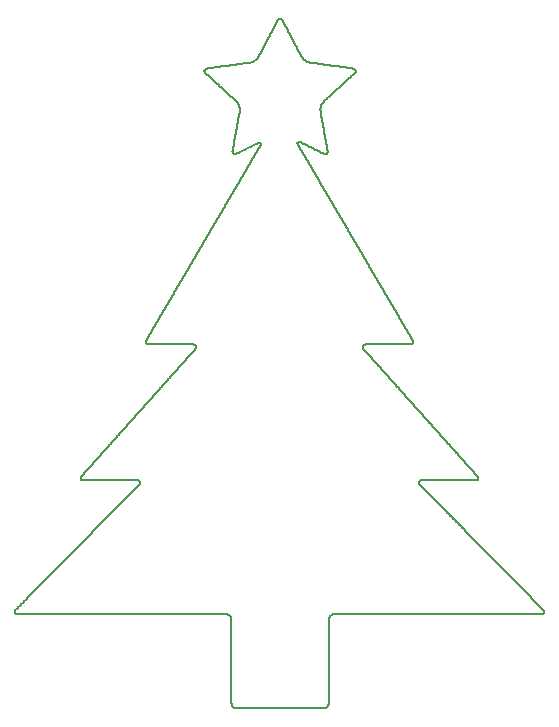
<source format=gm1>
G04 MADE WITH FRITZING*
G04 WWW.FRITZING.ORG*
G04 DOUBLE SIDED*
G04 HOLES PLATED*
G04 CONTOUR ON CENTER OF CONTOUR VECTOR*
%ASAXBY*%
%FSLAX23Y23*%
%MOIN*%
%OFA0B0*%
%SFA1.0B1.0*%
%ADD10C,0.008*%
%LNCONTOUR*%
G90*
G70*
G54D10*
X887Y2302D02*
X888Y2301D01*
X889Y2301D01*
X890Y2301D01*
X891Y2300D01*
X892Y2300D01*
X893Y2299D01*
X894Y2298D01*
X895Y2297D01*
X895Y2296D01*
X896Y2295D01*
X896Y2294D01*
X897Y2293D01*
X898Y2292D01*
X898Y2291D01*
X899Y2290D01*
X899Y2289D01*
X900Y2288D01*
X900Y2287D01*
X901Y2286D01*
X901Y2285D01*
X902Y2284D01*
X902Y2283D01*
X903Y2282D01*
X903Y2281D01*
X904Y2280D01*
X904Y2279D01*
X905Y2278D01*
X905Y2277D01*
X906Y2276D01*
X906Y2275D01*
X907Y2274D01*
X907Y2273D01*
X908Y2272D01*
X909Y2271D01*
X909Y2270D01*
X910Y2269D01*
X910Y2268D01*
X911Y2267D01*
X911Y2266D01*
X912Y2265D01*
X912Y2264D01*
X913Y2263D01*
X913Y2262D01*
X914Y2261D01*
X914Y2260D01*
X915Y2259D01*
X915Y2258D01*
X916Y2257D01*
X916Y2256D01*
X917Y2255D01*
X917Y2254D01*
X918Y2253D01*
X919Y2252D01*
X919Y2251D01*
X920Y2250D01*
X920Y2249D01*
X921Y2248D01*
X921Y2247D01*
X922Y2246D01*
X922Y2245D01*
X923Y2244D01*
X923Y2243D01*
X924Y2242D01*
X924Y2241D01*
X925Y2240D01*
X925Y2239D01*
X926Y2238D01*
X926Y2237D01*
X927Y2236D01*
X927Y2235D01*
X928Y2234D01*
X928Y2233D01*
X929Y2232D01*
X930Y2231D01*
X930Y2230D01*
X931Y2229D01*
X931Y2228D01*
X932Y2227D01*
X932Y2226D01*
X933Y2225D01*
X933Y2224D01*
X934Y2223D01*
X934Y2222D01*
X935Y2221D01*
X935Y2220D01*
X936Y2219D01*
X936Y2218D01*
X937Y2217D01*
X937Y2216D01*
X938Y2215D01*
X938Y2214D01*
X939Y2213D01*
X940Y2212D01*
X940Y2211D01*
X941Y2210D01*
X941Y2209D01*
X942Y2208D01*
X942Y2207D01*
X943Y2206D01*
X943Y2205D01*
X944Y2204D01*
X944Y2203D01*
X945Y2202D01*
X945Y2201D01*
X946Y2200D01*
X946Y2199D01*
X947Y2198D01*
X947Y2197D01*
X948Y2196D01*
X948Y2195D01*
X949Y2194D01*
X949Y2193D01*
X950Y2192D01*
X951Y2191D01*
X951Y2190D01*
X952Y2189D01*
X952Y2188D01*
X953Y2187D01*
X953Y2186D01*
X954Y2185D01*
X954Y2184D01*
X955Y2183D01*
X955Y2182D01*
X956Y2181D01*
X956Y2180D01*
X957Y2179D01*
X957Y2178D01*
X958Y2177D01*
X958Y2176D01*
X959Y2175D01*
X960Y2174D01*
X960Y2173D01*
X961Y2172D01*
X962Y2171D01*
X963Y2170D01*
X964Y2169D01*
X965Y2168D01*
X966Y2167D01*
X967Y2166D01*
X968Y2165D01*
X969Y2164D01*
X970Y2163D01*
X971Y2163D01*
X972Y2162D01*
X973Y2161D01*
X974Y2161D01*
X975Y2160D01*
X976Y2159D01*
X977Y2159D01*
X978Y2158D01*
X979Y2158D01*
X980Y2157D01*
X981Y2157D01*
X982Y2157D01*
X983Y2156D01*
X984Y2156D01*
X985Y2156D01*
X986Y2155D01*
X987Y2155D01*
X988Y2155D01*
X989Y2155D01*
X990Y2155D01*
X991Y2155D01*
X992Y2154D01*
X993Y2154D01*
X994Y2154D01*
X995Y2154D01*
X996Y2154D01*
X997Y2154D01*
X998Y2154D01*
X999Y2153D01*
X1000Y2153D01*
X1001Y2153D01*
X1002Y2153D01*
X1003Y2153D01*
X1004Y2153D01*
X1005Y2153D01*
X1006Y2152D01*
X1007Y2152D01*
X1008Y2152D01*
X1009Y2152D01*
X1010Y2152D01*
X1011Y2152D01*
X1012Y2152D01*
X1013Y2151D01*
X1014Y2151D01*
X1015Y2151D01*
X1016Y2151D01*
X1017Y2151D01*
X1018Y2151D01*
X1019Y2151D01*
X1020Y2151D01*
X1021Y2150D01*
X1022Y2150D01*
X1023Y2150D01*
X1024Y2150D01*
X1025Y2150D01*
X1026Y2150D01*
X1027Y2150D01*
X1028Y2149D01*
X1029Y2149D01*
X1030Y2149D01*
X1031Y2149D01*
X1032Y2149D01*
X1033Y2149D01*
X1034Y2149D01*
X1035Y2148D01*
X1036Y2148D01*
X1037Y2148D01*
X1038Y2148D01*
X1039Y2148D01*
X1040Y2148D01*
X1041Y2148D01*
X1042Y2148D01*
X1043Y2147D01*
X1044Y2147D01*
X1045Y2147D01*
X1046Y2147D01*
X1047Y2147D01*
X1048Y2147D01*
X1049Y2147D01*
X1050Y2146D01*
X1051Y2146D01*
X1052Y2146D01*
X1053Y2146D01*
X1054Y2146D01*
X1055Y2146D01*
X1056Y2146D01*
X1057Y2145D01*
X1058Y2145D01*
X1059Y2145D01*
X1060Y2145D01*
X1061Y2145D01*
X1062Y2145D01*
X1063Y2145D01*
X1064Y2145D01*
X1065Y2144D01*
X1066Y2144D01*
X1067Y2144D01*
X1068Y2144D01*
X1069Y2144D01*
X1070Y2144D01*
X1071Y2144D01*
X1072Y2143D01*
X1073Y2143D01*
X1074Y2143D01*
X1075Y2143D01*
X1076Y2143D01*
X1077Y2143D01*
X1078Y2143D01*
X1079Y2142D01*
X1080Y2142D01*
X1081Y2142D01*
X1082Y2142D01*
X1083Y2142D01*
X1084Y2142D01*
X1085Y2142D01*
X1086Y2142D01*
X1087Y2141D01*
X1088Y2141D01*
X1089Y2141D01*
X1090Y2141D01*
X1091Y2141D01*
X1092Y2141D01*
X1093Y2141D01*
X1094Y2140D01*
X1095Y2140D01*
X1096Y2140D01*
X1097Y2140D01*
X1098Y2140D01*
X1099Y2140D01*
X1100Y2140D01*
X1101Y2139D01*
X1102Y2139D01*
X1103Y2139D01*
X1104Y2139D01*
X1105Y2139D01*
X1106Y2139D01*
X1107Y2139D01*
X1108Y2139D01*
X1109Y2138D01*
X1110Y2138D01*
X1111Y2138D01*
X1112Y2138D01*
X1113Y2138D01*
X1114Y2138D01*
X1115Y2138D01*
X1116Y2137D01*
X1117Y2137D01*
X1118Y2137D01*
X1119Y2137D01*
X1120Y2137D01*
X1121Y2137D01*
X1122Y2137D01*
X1123Y2136D01*
X1124Y2136D01*
X1125Y2136D01*
X1126Y2136D01*
X1127Y2136D01*
X1128Y2136D01*
X1129Y2136D01*
X1130Y2135D01*
X1131Y2135D01*
X1132Y2135D01*
X1133Y2135D01*
X1134Y2134D01*
X1135Y2134D01*
X1136Y2133D01*
X1137Y2133D01*
X1138Y2132D01*
X1138Y2131D01*
X1139Y2130D01*
X1139Y2125D01*
X1138Y2124D01*
X1137Y2123D01*
X1137Y2122D01*
X1136Y2121D01*
X1135Y2120D01*
X1134Y2119D01*
X1133Y2118D01*
X1132Y2117D01*
X1131Y2116D01*
X1130Y2115D01*
X1129Y2115D01*
X1128Y2114D01*
X1127Y2113D01*
X1126Y2112D01*
X1125Y2111D01*
X1124Y2110D01*
X1123Y2109D01*
X1122Y2108D01*
X1121Y2107D01*
X1120Y2106D01*
X1119Y2105D01*
X1118Y2104D01*
X1117Y2104D01*
X1116Y2103D01*
X1115Y2102D01*
X1114Y2101D01*
X1113Y2100D01*
X1112Y2099D01*
X1111Y2098D01*
X1110Y2097D01*
X1109Y2096D01*
X1108Y2095D01*
X1107Y2094D01*
X1106Y2093D01*
X1105Y2093D01*
X1104Y2092D01*
X1103Y2091D01*
X1102Y2090D01*
X1101Y2089D01*
X1100Y2088D01*
X1099Y2087D01*
X1098Y2086D01*
X1097Y2085D01*
X1096Y2084D01*
X1095Y2083D01*
X1094Y2082D01*
X1093Y2082D01*
X1092Y2081D01*
X1091Y2080D01*
X1090Y2079D01*
X1089Y2078D01*
X1088Y2077D01*
X1087Y2076D01*
X1086Y2075D01*
X1085Y2074D01*
X1084Y2073D01*
X1083Y2072D01*
X1082Y2071D01*
X1081Y2071D01*
X1080Y2070D01*
X1079Y2069D01*
X1078Y2068D01*
X1077Y2067D01*
X1076Y2066D01*
X1075Y2065D01*
X1074Y2064D01*
X1073Y2063D01*
X1072Y2062D01*
X1071Y2061D01*
X1070Y2060D01*
X1069Y2060D01*
X1068Y2059D01*
X1067Y2058D01*
X1066Y2057D01*
X1065Y2056D01*
X1064Y2055D01*
X1063Y2054D01*
X1062Y2053D01*
X1061Y2052D01*
X1060Y2051D01*
X1059Y2050D01*
X1058Y2050D01*
X1057Y2049D01*
X1056Y2048D01*
X1055Y2047D01*
X1054Y2046D01*
X1053Y2045D01*
X1052Y2044D01*
X1051Y2043D01*
X1050Y2042D01*
X1049Y2041D01*
X1048Y2040D01*
X1047Y2039D01*
X1046Y2039D01*
X1045Y2038D01*
X1044Y2037D01*
X1043Y2036D01*
X1042Y2035D01*
X1041Y2034D01*
X1040Y2033D01*
X1039Y2032D01*
X1038Y2031D01*
X1037Y2030D01*
X1036Y2029D01*
X1035Y2028D01*
X1034Y2028D01*
X1033Y2027D01*
X1033Y2026D01*
X1032Y2025D01*
X1031Y2024D01*
X1030Y2023D01*
X1029Y2022D01*
X1029Y2021D01*
X1028Y2020D01*
X1027Y2019D01*
X1027Y2018D01*
X1026Y2017D01*
X1026Y2016D01*
X1025Y2015D01*
X1025Y2014D01*
X1024Y2013D01*
X1024Y2011D01*
X1023Y2010D01*
X1023Y2007D01*
X1022Y2006D01*
X1022Y2002D01*
X1021Y2001D01*
X1021Y1996D01*
X1022Y1995D01*
X1022Y1989D01*
X1023Y1988D01*
X1023Y1983D01*
X1024Y1982D01*
X1024Y1978D01*
X1025Y1977D01*
X1025Y1972D01*
X1026Y1971D01*
X1026Y1967D01*
X1027Y1966D01*
X1027Y1962D01*
X1028Y1961D01*
X1028Y1956D01*
X1029Y1955D01*
X1029Y1951D01*
X1030Y1950D01*
X1030Y1945D01*
X1031Y1944D01*
X1031Y1940D01*
X1032Y1939D01*
X1032Y1934D01*
X1033Y1933D01*
X1033Y1929D01*
X1034Y1928D01*
X1034Y1923D01*
X1035Y1922D01*
X1035Y1918D01*
X1036Y1917D01*
X1036Y1912D01*
X1037Y1911D01*
X1037Y1907D01*
X1038Y1906D01*
X1038Y1901D01*
X1039Y1900D01*
X1039Y1896D01*
X1040Y1895D01*
X1040Y1890D01*
X1041Y1889D01*
X1041Y1885D01*
X1042Y1884D01*
X1042Y1879D01*
X1043Y1878D01*
X1043Y1874D01*
X1044Y1873D01*
X1044Y1868D01*
X1045Y1867D01*
X1045Y1862D01*
X1046Y1861D01*
X1046Y1858D01*
X1045Y1857D01*
X1045Y1855D01*
X1044Y1854D01*
X1044Y1853D01*
X1043Y1852D01*
X1042Y1851D01*
X1041Y1851D01*
X1040Y1851D01*
X1039Y1851D01*
X1038Y1851D01*
X1037Y1851D01*
X1036Y1851D01*
X1035Y1851D01*
X1034Y1851D01*
X1033Y1852D01*
X1032Y1852D01*
X1031Y1852D01*
X1030Y1853D01*
X1029Y1853D01*
X1028Y1854D01*
X1027Y1854D01*
X1026Y1855D01*
X1025Y1855D01*
X1024Y1856D01*
X1023Y1856D01*
X1022Y1857D01*
X1021Y1857D01*
X1020Y1858D01*
X1019Y1858D01*
X1018Y1859D01*
X1017Y1859D01*
X1016Y1860D01*
X1015Y1860D01*
X1014Y1861D01*
X1013Y1861D01*
X1012Y1862D01*
X1011Y1862D01*
X1010Y1863D01*
X1009Y1863D01*
X1008Y1864D01*
X1007Y1864D01*
X1006Y1865D01*
X1005Y1865D01*
X1004Y1866D01*
X1003Y1866D01*
X1002Y1867D01*
X1001Y1867D01*
X1000Y1868D01*
X999Y1868D01*
X998Y1869D01*
X997Y1869D01*
X996Y1870D01*
X995Y1870D01*
X994Y1871D01*
X993Y1871D01*
X992Y1872D01*
X991Y1872D01*
X990Y1873D01*
X989Y1873D01*
X988Y1874D01*
X987Y1874D01*
X986Y1875D01*
X985Y1875D01*
X984Y1876D01*
X983Y1876D01*
X982Y1877D01*
X981Y1877D01*
X980Y1878D01*
X979Y1878D01*
X978Y1879D01*
X977Y1879D01*
X976Y1880D01*
X975Y1880D01*
X974Y1881D01*
X973Y1881D01*
X972Y1882D01*
X971Y1882D01*
X970Y1883D01*
X969Y1883D01*
X968Y1884D01*
X967Y1884D01*
X966Y1885D01*
X965Y1885D01*
X964Y1886D01*
X963Y1886D01*
X962Y1887D01*
X961Y1887D01*
X960Y1888D01*
X959Y1888D01*
X958Y1889D01*
X957Y1889D01*
X956Y1889D01*
X955Y1890D01*
X954Y1890D01*
X953Y1891D01*
X952Y1891D01*
X951Y1891D01*
X950Y1891D01*
X949Y1891D01*
X948Y1891D01*
X947Y1891D01*
X946Y1890D01*
X946Y1889D01*
X945Y1888D01*
X945Y1887D01*
X946Y1886D01*
X946Y1884D01*
X947Y1883D01*
X947Y1882D01*
X948Y1881D01*
X948Y1880D01*
X949Y1879D01*
X949Y1878D01*
X950Y1877D01*
X950Y1876D01*
X951Y1875D01*
X952Y1874D01*
X952Y1873D01*
X953Y1872D01*
X953Y1871D01*
X954Y1870D01*
X955Y1869D01*
X955Y1868D01*
X956Y1867D01*
X956Y1866D01*
X957Y1865D01*
X958Y1864D01*
X958Y1863D01*
X959Y1862D01*
X959Y1861D01*
X960Y1860D01*
X960Y1859D01*
X961Y1858D01*
X962Y1857D01*
X962Y1856D01*
X963Y1855D01*
X963Y1854D01*
X964Y1853D01*
X965Y1852D01*
X965Y1851D01*
X966Y1850D01*
X966Y1849D01*
X967Y1848D01*
X967Y1847D01*
X968Y1846D01*
X969Y1845D01*
X969Y1844D01*
X970Y1843D01*
X970Y1842D01*
X971Y1841D01*
X972Y1840D01*
X972Y1839D01*
X973Y1838D01*
X973Y1837D01*
X974Y1836D01*
X975Y1835D01*
X975Y1834D01*
X976Y1833D01*
X976Y1832D01*
X977Y1831D01*
X977Y1830D01*
X978Y1829D01*
X979Y1828D01*
X979Y1827D01*
X980Y1826D01*
X980Y1825D01*
X981Y1824D01*
X982Y1823D01*
X982Y1822D01*
X983Y1821D01*
X983Y1820D01*
X984Y1819D01*
X984Y1818D01*
X985Y1817D01*
X986Y1816D01*
X986Y1815D01*
X987Y1814D01*
X987Y1813D01*
X988Y1812D01*
X989Y1811D01*
X989Y1810D01*
X990Y1809D01*
X990Y1808D01*
X991Y1807D01*
X991Y1806D01*
X992Y1805D01*
X993Y1804D01*
X993Y1803D01*
X994Y1802D01*
X994Y1801D01*
X995Y1800D01*
X996Y1799D01*
X996Y1798D01*
X997Y1797D01*
X997Y1796D01*
X998Y1795D01*
X999Y1794D01*
X999Y1793D01*
X1000Y1792D01*
X1000Y1791D01*
X1001Y1790D01*
X1001Y1789D01*
X1002Y1788D01*
X1003Y1787D01*
X1003Y1786D01*
X1004Y1785D01*
X1004Y1784D01*
X1005Y1783D01*
X1006Y1782D01*
X1006Y1781D01*
X1007Y1780D01*
X1007Y1779D01*
X1008Y1778D01*
X1008Y1777D01*
X1009Y1776D01*
X1010Y1775D01*
X1010Y1774D01*
X1011Y1773D01*
X1011Y1772D01*
X1012Y1771D01*
X1013Y1770D01*
X1013Y1769D01*
X1014Y1768D01*
X1014Y1767D01*
X1015Y1766D01*
X1016Y1765D01*
X1016Y1764D01*
X1017Y1763D01*
X1017Y1762D01*
X1018Y1761D01*
X1018Y1760D01*
X1019Y1759D01*
X1020Y1758D01*
X1020Y1757D01*
X1021Y1756D01*
X1021Y1755D01*
X1022Y1754D01*
X1023Y1753D01*
X1023Y1752D01*
X1024Y1751D01*
X1024Y1750D01*
X1025Y1749D01*
X1025Y1748D01*
X1026Y1747D01*
X1027Y1746D01*
X1027Y1745D01*
X1028Y1744D01*
X1028Y1743D01*
X1029Y1742D01*
X1030Y1741D01*
X1030Y1740D01*
X1031Y1739D01*
X1031Y1738D01*
X1032Y1737D01*
X1033Y1736D01*
X1033Y1735D01*
X1034Y1734D01*
X1034Y1733D01*
X1035Y1732D01*
X1035Y1731D01*
X1036Y1730D01*
X1037Y1729D01*
X1037Y1728D01*
X1038Y1727D01*
X1038Y1726D01*
X1039Y1725D01*
X1040Y1724D01*
X1040Y1723D01*
X1041Y1722D01*
X1041Y1721D01*
X1042Y1720D01*
X1042Y1719D01*
X1043Y1718D01*
X1044Y1717D01*
X1044Y1716D01*
X1045Y1715D01*
X1045Y1714D01*
X1046Y1713D01*
X1047Y1712D01*
X1047Y1711D01*
X1048Y1710D01*
X1048Y1709D01*
X1049Y1708D01*
X1050Y1707D01*
X1050Y1706D01*
X1051Y1705D01*
X1051Y1704D01*
X1052Y1703D01*
X1052Y1702D01*
X1053Y1701D01*
X1054Y1700D01*
X1054Y1699D01*
X1055Y1698D01*
X1055Y1697D01*
X1056Y1696D01*
X1057Y1695D01*
X1057Y1694D01*
X1058Y1693D01*
X1058Y1692D01*
X1059Y1691D01*
X1059Y1690D01*
X1060Y1689D01*
X1061Y1688D01*
X1061Y1687D01*
X1062Y1686D01*
X1062Y1685D01*
X1063Y1684D01*
X1064Y1683D01*
X1064Y1682D01*
X1065Y1681D01*
X1065Y1680D01*
X1066Y1679D01*
X1067Y1678D01*
X1067Y1677D01*
X1068Y1676D01*
X1068Y1675D01*
X1069Y1674D01*
X1069Y1673D01*
X1070Y1672D01*
X1071Y1671D01*
X1071Y1670D01*
X1072Y1669D01*
X1072Y1668D01*
X1073Y1667D01*
X1074Y1666D01*
X1074Y1665D01*
X1075Y1664D01*
X1075Y1663D01*
X1076Y1662D01*
X1076Y1661D01*
X1077Y1660D01*
X1078Y1659D01*
X1078Y1658D01*
X1079Y1657D01*
X1079Y1656D01*
X1080Y1655D01*
X1081Y1654D01*
X1081Y1653D01*
X1082Y1652D01*
X1082Y1651D01*
X1083Y1650D01*
X1084Y1649D01*
X1084Y1648D01*
X1085Y1647D01*
X1085Y1646D01*
X1086Y1645D01*
X1086Y1644D01*
X1087Y1643D01*
X1088Y1642D01*
X1088Y1641D01*
X1089Y1640D01*
X1089Y1639D01*
X1090Y1638D01*
X1091Y1637D01*
X1091Y1636D01*
X1092Y1635D01*
X1092Y1634D01*
X1093Y1633D01*
X1093Y1632D01*
X1094Y1631D01*
X1095Y1630D01*
X1095Y1629D01*
X1096Y1628D01*
X1096Y1627D01*
X1097Y1626D01*
X1098Y1625D01*
X1098Y1624D01*
X1099Y1623D01*
X1099Y1622D01*
X1100Y1621D01*
X1101Y1620D01*
X1101Y1619D01*
X1102Y1618D01*
X1102Y1617D01*
X1103Y1616D01*
X1103Y1615D01*
X1104Y1614D01*
X1105Y1613D01*
X1105Y1612D01*
X1106Y1611D01*
X1106Y1610D01*
X1107Y1609D01*
X1108Y1608D01*
X1108Y1607D01*
X1109Y1606D01*
X1109Y1605D01*
X1110Y1604D01*
X1110Y1603D01*
X1111Y1602D01*
X1112Y1601D01*
X1112Y1600D01*
X1113Y1599D01*
X1113Y1598D01*
X1114Y1597D01*
X1115Y1596D01*
X1115Y1595D01*
X1116Y1594D01*
X1116Y1593D01*
X1117Y1592D01*
X1118Y1591D01*
X1118Y1590D01*
X1119Y1589D01*
X1119Y1588D01*
X1120Y1587D01*
X1120Y1586D01*
X1121Y1585D01*
X1122Y1584D01*
X1122Y1583D01*
X1123Y1582D01*
X1123Y1581D01*
X1124Y1580D01*
X1125Y1579D01*
X1125Y1578D01*
X1126Y1577D01*
X1126Y1576D01*
X1127Y1575D01*
X1127Y1574D01*
X1128Y1573D01*
X1129Y1572D01*
X1129Y1571D01*
X1130Y1570D01*
X1130Y1569D01*
X1131Y1568D01*
X1132Y1567D01*
X1132Y1566D01*
X1133Y1565D01*
X1133Y1564D01*
X1134Y1563D01*
X1134Y1562D01*
X1135Y1561D01*
X1136Y1560D01*
X1136Y1559D01*
X1137Y1558D01*
X1137Y1557D01*
X1138Y1556D01*
X1139Y1555D01*
X1139Y1554D01*
X1140Y1553D01*
X1140Y1552D01*
X1141Y1551D01*
X1142Y1550D01*
X1142Y1549D01*
X1143Y1548D01*
X1143Y1547D01*
X1144Y1546D01*
X1144Y1545D01*
X1145Y1544D01*
X1146Y1543D01*
X1146Y1542D01*
X1147Y1541D01*
X1147Y1540D01*
X1148Y1539D01*
X1149Y1538D01*
X1149Y1537D01*
X1150Y1536D01*
X1150Y1535D01*
X1151Y1534D01*
X1151Y1533D01*
X1152Y1532D01*
X1153Y1531D01*
X1153Y1530D01*
X1154Y1529D01*
X1154Y1528D01*
X1155Y1527D01*
X1156Y1526D01*
X1156Y1525D01*
X1157Y1524D01*
X1157Y1523D01*
X1158Y1522D01*
X1159Y1521D01*
X1159Y1520D01*
X1160Y1519D01*
X1160Y1518D01*
X1161Y1517D01*
X1161Y1516D01*
X1162Y1515D01*
X1163Y1514D01*
X1163Y1513D01*
X1164Y1512D01*
X1164Y1511D01*
X1165Y1510D01*
X1166Y1509D01*
X1166Y1508D01*
X1167Y1507D01*
X1167Y1506D01*
X1168Y1505D01*
X1168Y1504D01*
X1169Y1503D01*
X1170Y1502D01*
X1170Y1501D01*
X1171Y1500D01*
X1171Y1499D01*
X1172Y1498D01*
X1173Y1497D01*
X1173Y1496D01*
X1174Y1495D01*
X1174Y1494D01*
X1175Y1493D01*
X1176Y1492D01*
X1176Y1491D01*
X1177Y1490D01*
X1177Y1489D01*
X1178Y1488D01*
X1178Y1487D01*
X1179Y1486D01*
X1180Y1485D01*
X1180Y1484D01*
X1181Y1483D01*
X1181Y1482D01*
X1182Y1481D01*
X1183Y1480D01*
X1183Y1479D01*
X1184Y1478D01*
X1184Y1477D01*
X1185Y1476D01*
X1185Y1475D01*
X1186Y1474D01*
X1187Y1473D01*
X1187Y1472D01*
X1188Y1471D01*
X1188Y1470D01*
X1189Y1469D01*
X1190Y1468D01*
X1190Y1467D01*
X1191Y1466D01*
X1191Y1465D01*
X1192Y1464D01*
X1193Y1463D01*
X1193Y1462D01*
X1194Y1461D01*
X1194Y1460D01*
X1195Y1459D01*
X1195Y1458D01*
X1196Y1457D01*
X1197Y1456D01*
X1197Y1455D01*
X1198Y1454D01*
X1198Y1453D01*
X1199Y1452D01*
X1200Y1451D01*
X1200Y1450D01*
X1201Y1449D01*
X1201Y1448D01*
X1202Y1447D01*
X1202Y1446D01*
X1203Y1445D01*
X1204Y1444D01*
X1204Y1443D01*
X1205Y1442D01*
X1205Y1441D01*
X1206Y1440D01*
X1207Y1439D01*
X1207Y1438D01*
X1208Y1437D01*
X1208Y1436D01*
X1209Y1435D01*
X1210Y1434D01*
X1210Y1433D01*
X1211Y1432D01*
X1211Y1431D01*
X1212Y1430D01*
X1212Y1429D01*
X1213Y1428D01*
X1214Y1427D01*
X1214Y1426D01*
X1215Y1425D01*
X1215Y1424D01*
X1216Y1423D01*
X1217Y1422D01*
X1217Y1421D01*
X1218Y1420D01*
X1218Y1419D01*
X1219Y1418D01*
X1219Y1417D01*
X1220Y1416D01*
X1221Y1415D01*
X1221Y1414D01*
X1222Y1413D01*
X1222Y1412D01*
X1223Y1411D01*
X1224Y1410D01*
X1224Y1409D01*
X1225Y1408D01*
X1225Y1407D01*
X1226Y1406D01*
X1227Y1405D01*
X1227Y1404D01*
X1228Y1403D01*
X1228Y1402D01*
X1229Y1401D01*
X1229Y1400D01*
X1230Y1399D01*
X1231Y1398D01*
X1231Y1397D01*
X1232Y1396D01*
X1232Y1395D01*
X1233Y1394D01*
X1234Y1393D01*
X1234Y1392D01*
X1235Y1391D01*
X1235Y1390D01*
X1236Y1389D01*
X1236Y1388D01*
X1237Y1387D01*
X1238Y1386D01*
X1238Y1385D01*
X1239Y1384D01*
X1239Y1383D01*
X1240Y1382D01*
X1241Y1381D01*
X1241Y1380D01*
X1242Y1379D01*
X1242Y1378D01*
X1243Y1377D01*
X1244Y1376D01*
X1244Y1375D01*
X1245Y1374D01*
X1245Y1373D01*
X1246Y1372D01*
X1246Y1371D01*
X1247Y1370D01*
X1248Y1369D01*
X1248Y1368D01*
X1249Y1367D01*
X1249Y1366D01*
X1250Y1365D01*
X1251Y1364D01*
X1251Y1363D01*
X1252Y1362D01*
X1252Y1361D01*
X1253Y1360D01*
X1253Y1359D01*
X1254Y1358D01*
X1255Y1357D01*
X1255Y1356D01*
X1256Y1355D01*
X1256Y1354D01*
X1257Y1353D01*
X1258Y1352D01*
X1258Y1351D01*
X1259Y1350D01*
X1259Y1349D01*
X1260Y1348D01*
X1261Y1347D01*
X1261Y1346D01*
X1262Y1345D01*
X1262Y1344D01*
X1263Y1343D01*
X1263Y1342D01*
X1264Y1341D01*
X1265Y1340D01*
X1265Y1339D01*
X1266Y1338D01*
X1266Y1337D01*
X1267Y1336D01*
X1268Y1335D01*
X1268Y1334D01*
X1269Y1333D01*
X1269Y1332D01*
X1270Y1331D01*
X1270Y1330D01*
X1271Y1329D01*
X1272Y1328D01*
X1272Y1327D01*
X1273Y1326D01*
X1273Y1325D01*
X1274Y1324D01*
X1275Y1323D01*
X1275Y1322D01*
X1276Y1321D01*
X1276Y1320D01*
X1277Y1319D01*
X1277Y1318D01*
X1278Y1317D01*
X1279Y1316D01*
X1279Y1315D01*
X1280Y1314D01*
X1280Y1313D01*
X1281Y1312D01*
X1282Y1311D01*
X1282Y1310D01*
X1283Y1309D01*
X1283Y1308D01*
X1284Y1307D01*
X1285Y1306D01*
X1285Y1305D01*
X1286Y1304D01*
X1286Y1303D01*
X1287Y1302D01*
X1287Y1301D01*
X1288Y1300D01*
X1289Y1299D01*
X1289Y1298D01*
X1290Y1297D01*
X1290Y1296D01*
X1291Y1295D01*
X1292Y1294D01*
X1292Y1293D01*
X1293Y1292D01*
X1293Y1291D01*
X1294Y1290D01*
X1294Y1289D01*
X1295Y1288D01*
X1296Y1287D01*
X1296Y1286D01*
X1297Y1285D01*
X1297Y1284D01*
X1298Y1283D01*
X1299Y1282D01*
X1299Y1281D01*
X1300Y1280D01*
X1300Y1279D01*
X1301Y1278D01*
X1302Y1277D01*
X1302Y1276D01*
X1303Y1275D01*
X1303Y1274D01*
X1304Y1273D01*
X1304Y1272D01*
X1305Y1271D01*
X1306Y1270D01*
X1306Y1269D01*
X1307Y1268D01*
X1307Y1267D01*
X1308Y1266D01*
X1309Y1265D01*
X1309Y1264D01*
X1310Y1263D01*
X1310Y1262D01*
X1311Y1261D01*
X1311Y1260D01*
X1312Y1259D01*
X1313Y1258D01*
X1313Y1257D01*
X1314Y1256D01*
X1314Y1255D01*
X1315Y1254D01*
X1316Y1253D01*
X1316Y1252D01*
X1317Y1251D01*
X1317Y1250D01*
X1318Y1249D01*
X1319Y1248D01*
X1319Y1247D01*
X1320Y1246D01*
X1320Y1245D01*
X1321Y1244D01*
X1321Y1243D01*
X1322Y1242D01*
X1323Y1241D01*
X1323Y1240D01*
X1324Y1239D01*
X1324Y1238D01*
X1325Y1237D01*
X1326Y1236D01*
X1326Y1235D01*
X1327Y1234D01*
X1327Y1233D01*
X1328Y1232D01*
X1328Y1231D01*
X1329Y1230D01*
X1329Y1227D01*
X1330Y1226D01*
X1330Y1224D01*
X1329Y1223D01*
X1329Y1221D01*
X1328Y1220D01*
X1327Y1219D01*
X1326Y1218D01*
X1325Y1218D01*
X1324Y1217D01*
X1323Y1217D01*
X1322Y1216D01*
X1321Y1216D01*
X1320Y1216D01*
X1319Y1216D01*
X1318Y1216D01*
X1317Y1216D01*
X1316Y1216D01*
X1315Y1216D01*
X1314Y1216D01*
X1313Y1216D01*
X1312Y1216D01*
X1311Y1216D01*
X1310Y1216D01*
X1309Y1216D01*
X1308Y1216D01*
X1307Y1216D01*
X1306Y1216D01*
X1305Y1216D01*
X1304Y1216D01*
X1303Y1216D01*
X1302Y1216D01*
X1301Y1216D01*
X1300Y1216D01*
X1299Y1216D01*
X1298Y1216D01*
X1297Y1216D01*
X1296Y1216D01*
X1295Y1216D01*
X1294Y1216D01*
X1293Y1216D01*
X1292Y1216D01*
X1291Y1216D01*
X1290Y1216D01*
X1289Y1216D01*
X1288Y1216D01*
X1287Y1216D01*
X1286Y1216D01*
X1285Y1216D01*
X1284Y1216D01*
X1283Y1216D01*
X1282Y1216D01*
X1281Y1216D01*
X1280Y1216D01*
X1279Y1216D01*
X1278Y1216D01*
X1277Y1216D01*
X1276Y1216D01*
X1275Y1216D01*
X1274Y1216D01*
X1273Y1216D01*
X1272Y1216D01*
X1271Y1216D01*
X1270Y1216D01*
X1269Y1216D01*
X1268Y1216D01*
X1267Y1216D01*
X1266Y1216D01*
X1265Y1216D01*
X1264Y1216D01*
X1263Y1216D01*
X1262Y1216D01*
X1261Y1216D01*
X1260Y1216D01*
X1259Y1216D01*
X1258Y1216D01*
X1257Y1216D01*
X1256Y1216D01*
X1255Y1216D01*
X1254Y1216D01*
X1253Y1216D01*
X1252Y1216D01*
X1251Y1216D01*
X1250Y1216D01*
X1249Y1216D01*
X1248Y1216D01*
X1247Y1216D01*
X1246Y1216D01*
X1245Y1216D01*
X1244Y1216D01*
X1243Y1216D01*
X1242Y1216D01*
X1241Y1216D01*
X1240Y1216D01*
X1239Y1216D01*
X1238Y1216D01*
X1237Y1216D01*
X1236Y1216D01*
X1235Y1216D01*
X1234Y1216D01*
X1233Y1216D01*
X1232Y1216D01*
X1231Y1216D01*
X1230Y1216D01*
X1229Y1216D01*
X1228Y1216D01*
X1227Y1216D01*
X1226Y1216D01*
X1225Y1216D01*
X1224Y1216D01*
X1223Y1216D01*
X1222Y1216D01*
X1221Y1216D01*
X1220Y1216D01*
X1219Y1216D01*
X1218Y1216D01*
X1217Y1216D01*
X1216Y1216D01*
X1215Y1216D01*
X1214Y1216D01*
X1213Y1216D01*
X1212Y1216D01*
X1211Y1216D01*
X1210Y1216D01*
X1209Y1216D01*
X1208Y1216D01*
X1207Y1216D01*
X1206Y1216D01*
X1205Y1216D01*
X1204Y1216D01*
X1203Y1216D01*
X1202Y1216D01*
X1201Y1216D01*
X1200Y1216D01*
X1199Y1216D01*
X1198Y1216D01*
X1197Y1216D01*
X1196Y1216D01*
X1195Y1216D01*
X1194Y1216D01*
X1193Y1216D01*
X1192Y1216D01*
X1191Y1216D01*
X1190Y1216D01*
X1189Y1216D01*
X1188Y1216D01*
X1187Y1216D01*
X1186Y1216D01*
X1185Y1216D01*
X1184Y1216D01*
X1183Y1216D01*
X1182Y1216D01*
X1181Y1216D01*
X1180Y1216D01*
X1179Y1216D01*
X1178Y1216D01*
X1177Y1216D01*
X1176Y1216D01*
X1175Y1216D01*
X1174Y1216D01*
X1173Y1216D01*
X1172Y1216D01*
X1171Y1216D01*
X1170Y1216D01*
X1169Y1215D01*
X1168Y1215D01*
X1167Y1215D01*
X1166Y1214D01*
X1165Y1214D01*
X1164Y1213D01*
X1163Y1212D01*
X1163Y1211D01*
X1162Y1210D01*
X1162Y1206D01*
X1163Y1205D01*
X1163Y1204D01*
X1164Y1203D01*
X1165Y1202D01*
X1165Y1201D01*
X1166Y1200D01*
X1167Y1199D01*
X1168Y1198D01*
X1169Y1197D01*
X1170Y1196D01*
X1171Y1195D01*
X1172Y1194D01*
X1172Y1193D01*
X1173Y1192D01*
X1174Y1191D01*
X1175Y1190D01*
X1176Y1189D01*
X1177Y1188D01*
X1178Y1187D01*
X1179Y1186D01*
X1180Y1185D01*
X1180Y1184D01*
X1181Y1183D01*
X1182Y1182D01*
X1183Y1181D01*
X1184Y1180D01*
X1185Y1179D01*
X1186Y1178D01*
X1187Y1177D01*
X1188Y1176D01*
X1189Y1175D01*
X1189Y1174D01*
X1190Y1173D01*
X1191Y1172D01*
X1192Y1171D01*
X1193Y1170D01*
X1194Y1169D01*
X1195Y1168D01*
X1196Y1167D01*
X1197Y1166D01*
X1197Y1165D01*
X1198Y1164D01*
X1199Y1163D01*
X1200Y1162D01*
X1201Y1161D01*
X1202Y1160D01*
X1203Y1159D01*
X1204Y1158D01*
X1205Y1157D01*
X1206Y1156D01*
X1206Y1155D01*
X1207Y1154D01*
X1208Y1153D01*
X1209Y1152D01*
X1210Y1151D01*
X1211Y1150D01*
X1212Y1149D01*
X1213Y1148D01*
X1214Y1147D01*
X1214Y1146D01*
X1215Y1145D01*
X1216Y1144D01*
X1217Y1143D01*
X1218Y1142D01*
X1219Y1141D01*
X1220Y1140D01*
X1221Y1139D01*
X1222Y1138D01*
X1223Y1137D01*
X1223Y1136D01*
X1224Y1135D01*
X1225Y1134D01*
X1226Y1133D01*
X1227Y1132D01*
X1228Y1131D01*
X1229Y1130D01*
X1230Y1129D01*
X1231Y1128D01*
X1231Y1127D01*
X1232Y1126D01*
X1233Y1125D01*
X1234Y1124D01*
X1235Y1123D01*
X1236Y1122D01*
X1237Y1121D01*
X1238Y1120D01*
X1239Y1119D01*
X1240Y1118D01*
X1240Y1117D01*
X1241Y1116D01*
X1242Y1115D01*
X1243Y1114D01*
X1244Y1113D01*
X1245Y1112D01*
X1246Y1111D01*
X1247Y1110D01*
X1248Y1109D01*
X1249Y1108D01*
X1249Y1107D01*
X1250Y1106D01*
X1251Y1105D01*
X1252Y1104D01*
X1253Y1103D01*
X1254Y1102D01*
X1255Y1101D01*
X1256Y1100D01*
X1257Y1099D01*
X1257Y1098D01*
X1258Y1097D01*
X1259Y1096D01*
X1260Y1095D01*
X1261Y1094D01*
X1262Y1093D01*
X1263Y1092D01*
X1264Y1091D01*
X1265Y1090D01*
X1266Y1089D01*
X1266Y1088D01*
X1267Y1087D01*
X1268Y1086D01*
X1269Y1085D01*
X1270Y1084D01*
X1271Y1083D01*
X1272Y1082D01*
X1273Y1081D01*
X1274Y1080D01*
X1274Y1079D01*
X1275Y1078D01*
X1276Y1077D01*
X1277Y1076D01*
X1278Y1075D01*
X1279Y1074D01*
X1280Y1073D01*
X1281Y1072D01*
X1282Y1071D01*
X1283Y1070D01*
X1283Y1069D01*
X1284Y1068D01*
X1285Y1067D01*
X1286Y1066D01*
X1287Y1065D01*
X1288Y1064D01*
X1289Y1063D01*
X1290Y1062D01*
X1291Y1061D01*
X1291Y1060D01*
X1292Y1059D01*
X1293Y1058D01*
X1294Y1057D01*
X1295Y1056D01*
X1296Y1055D01*
X1297Y1054D01*
X1298Y1053D01*
X1299Y1052D01*
X1300Y1051D01*
X1300Y1050D01*
X1301Y1049D01*
X1302Y1048D01*
X1303Y1047D01*
X1304Y1046D01*
X1305Y1045D01*
X1306Y1044D01*
X1307Y1043D01*
X1308Y1042D01*
X1308Y1041D01*
X1309Y1040D01*
X1310Y1039D01*
X1311Y1038D01*
X1312Y1037D01*
X1313Y1036D01*
X1314Y1035D01*
X1315Y1034D01*
X1316Y1033D01*
X1317Y1032D01*
X1317Y1031D01*
X1318Y1030D01*
X1319Y1029D01*
X1320Y1028D01*
X1321Y1027D01*
X1322Y1026D01*
X1323Y1025D01*
X1324Y1024D01*
X1325Y1023D01*
X1325Y1022D01*
X1326Y1021D01*
X1327Y1020D01*
X1328Y1019D01*
X1329Y1018D01*
X1330Y1017D01*
X1331Y1016D01*
X1332Y1015D01*
X1333Y1014D01*
X1334Y1013D01*
X1334Y1012D01*
X1335Y1011D01*
X1336Y1010D01*
X1337Y1009D01*
X1338Y1008D01*
X1339Y1007D01*
X1340Y1006D01*
X1341Y1005D01*
X1342Y1004D01*
X1342Y1003D01*
X1343Y1002D01*
X1344Y1001D01*
X1345Y1000D01*
X1346Y999D01*
X1347Y998D01*
X1348Y997D01*
X1349Y996D01*
X1350Y995D01*
X1351Y994D01*
X1351Y993D01*
X1352Y992D01*
X1353Y991D01*
X1354Y990D01*
X1355Y989D01*
X1356Y988D01*
X1357Y987D01*
X1358Y986D01*
X1359Y985D01*
X1359Y984D01*
X1360Y983D01*
X1361Y982D01*
X1362Y981D01*
X1363Y980D01*
X1364Y979D01*
X1365Y978D01*
X1366Y977D01*
X1367Y976D01*
X1368Y975D01*
X1368Y974D01*
X1369Y973D01*
X1370Y972D01*
X1371Y971D01*
X1372Y970D01*
X1373Y969D01*
X1374Y968D01*
X1375Y967D01*
X1376Y966D01*
X1376Y965D01*
X1377Y964D01*
X1378Y963D01*
X1379Y962D01*
X1380Y961D01*
X1381Y960D01*
X1382Y959D01*
X1383Y958D01*
X1384Y957D01*
X1385Y956D01*
X1385Y955D01*
X1386Y954D01*
X1387Y953D01*
X1388Y952D01*
X1389Y951D01*
X1390Y950D01*
X1391Y949D01*
X1392Y948D01*
X1393Y947D01*
X1394Y946D01*
X1394Y945D01*
X1395Y944D01*
X1396Y943D01*
X1397Y942D01*
X1398Y941D01*
X1399Y940D01*
X1400Y939D01*
X1401Y938D01*
X1402Y937D01*
X1402Y936D01*
X1403Y935D01*
X1404Y934D01*
X1405Y933D01*
X1406Y932D01*
X1407Y931D01*
X1408Y930D01*
X1409Y929D01*
X1410Y928D01*
X1411Y927D01*
X1411Y926D01*
X1412Y925D01*
X1413Y924D01*
X1414Y923D01*
X1415Y922D01*
X1416Y921D01*
X1417Y920D01*
X1418Y919D01*
X1419Y918D01*
X1419Y917D01*
X1420Y916D01*
X1421Y915D01*
X1422Y914D01*
X1423Y913D01*
X1424Y912D01*
X1425Y911D01*
X1426Y910D01*
X1427Y909D01*
X1428Y908D01*
X1428Y907D01*
X1429Y906D01*
X1430Y905D01*
X1431Y904D01*
X1432Y903D01*
X1433Y902D01*
X1434Y901D01*
X1435Y900D01*
X1436Y899D01*
X1436Y898D01*
X1437Y897D01*
X1438Y896D01*
X1439Y895D01*
X1440Y894D01*
X1441Y893D01*
X1442Y892D01*
X1443Y891D01*
X1444Y890D01*
X1445Y889D01*
X1445Y888D01*
X1446Y887D01*
X1447Y886D01*
X1448Y885D01*
X1449Y884D01*
X1450Y883D01*
X1451Y882D01*
X1452Y881D01*
X1453Y880D01*
X1453Y879D01*
X1454Y878D01*
X1455Y877D01*
X1456Y876D01*
X1457Y875D01*
X1458Y874D01*
X1459Y873D01*
X1460Y872D01*
X1461Y871D01*
X1462Y870D01*
X1462Y869D01*
X1463Y868D01*
X1464Y867D01*
X1465Y866D01*
X1466Y865D01*
X1467Y864D01*
X1468Y863D01*
X1469Y862D01*
X1470Y861D01*
X1470Y860D01*
X1471Y859D01*
X1472Y858D01*
X1473Y857D01*
X1474Y856D01*
X1475Y855D01*
X1476Y854D01*
X1477Y853D01*
X1478Y852D01*
X1479Y851D01*
X1479Y850D01*
X1480Y849D01*
X1481Y848D01*
X1482Y847D01*
X1483Y846D01*
X1484Y845D01*
X1485Y844D01*
X1486Y843D01*
X1487Y842D01*
X1487Y841D01*
X1488Y840D01*
X1489Y839D01*
X1490Y838D01*
X1491Y837D01*
X1492Y836D01*
X1493Y835D01*
X1494Y834D01*
X1495Y833D01*
X1496Y832D01*
X1496Y831D01*
X1497Y830D01*
X1498Y829D01*
X1499Y828D01*
X1500Y827D01*
X1501Y826D01*
X1502Y825D01*
X1503Y824D01*
X1504Y823D01*
X1504Y822D01*
X1505Y821D01*
X1506Y820D01*
X1507Y819D01*
X1508Y818D01*
X1509Y817D01*
X1510Y816D01*
X1511Y815D01*
X1512Y814D01*
X1513Y813D01*
X1513Y812D01*
X1514Y811D01*
X1515Y810D01*
X1516Y809D01*
X1517Y808D01*
X1518Y807D01*
X1519Y806D01*
X1520Y805D01*
X1521Y804D01*
X1521Y803D01*
X1522Y802D01*
X1523Y801D01*
X1524Y800D01*
X1525Y799D01*
X1526Y798D01*
X1527Y797D01*
X1528Y796D01*
X1529Y795D01*
X1530Y794D01*
X1530Y793D01*
X1531Y792D01*
X1532Y791D01*
X1533Y790D01*
X1534Y789D01*
X1535Y788D01*
X1536Y787D01*
X1537Y786D01*
X1538Y785D01*
X1539Y784D01*
X1539Y783D01*
X1540Y782D01*
X1541Y781D01*
X1542Y780D01*
X1543Y779D01*
X1544Y778D01*
X1545Y777D01*
X1545Y776D01*
X1546Y775D01*
X1547Y774D01*
X1547Y773D01*
X1548Y772D01*
X1548Y767D01*
X1547Y766D01*
X1546Y765D01*
X1545Y764D01*
X1544Y764D01*
X1543Y763D01*
X1542Y763D01*
X1541Y763D01*
X1540Y763D01*
X1539Y763D01*
X1538Y763D01*
X1537Y763D01*
X1536Y763D01*
X1535Y763D01*
X1534Y763D01*
X1533Y763D01*
X1532Y763D01*
X1531Y763D01*
X1530Y763D01*
X1529Y763D01*
X1528Y763D01*
X1527Y763D01*
X1526Y763D01*
X1525Y763D01*
X1524Y763D01*
X1523Y763D01*
X1522Y763D01*
X1521Y763D01*
X1520Y763D01*
X1519Y763D01*
X1518Y763D01*
X1517Y763D01*
X1516Y763D01*
X1515Y763D01*
X1514Y763D01*
X1513Y763D01*
X1512Y763D01*
X1511Y763D01*
X1510Y763D01*
X1509Y763D01*
X1508Y763D01*
X1507Y763D01*
X1506Y763D01*
X1505Y763D01*
X1504Y763D01*
X1503Y763D01*
X1502Y763D01*
X1501Y763D01*
X1500Y763D01*
X1499Y763D01*
X1498Y763D01*
X1497Y763D01*
X1496Y763D01*
X1495Y763D01*
X1494Y763D01*
X1493Y763D01*
X1492Y763D01*
X1491Y763D01*
X1490Y763D01*
X1489Y763D01*
X1488Y763D01*
X1487Y763D01*
X1486Y763D01*
X1485Y763D01*
X1484Y763D01*
X1483Y763D01*
X1482Y763D01*
X1481Y763D01*
X1480Y763D01*
X1479Y763D01*
X1478Y763D01*
X1477Y763D01*
X1476Y763D01*
X1475Y763D01*
X1474Y763D01*
X1473Y763D01*
X1472Y763D01*
X1471Y763D01*
X1470Y763D01*
X1469Y763D01*
X1468Y763D01*
X1467Y763D01*
X1466Y763D01*
X1465Y763D01*
X1464Y763D01*
X1463Y763D01*
X1462Y763D01*
X1461Y763D01*
X1460Y763D01*
X1459Y763D01*
X1458Y763D01*
X1457Y763D01*
X1456Y763D01*
X1455Y763D01*
X1454Y763D01*
X1453Y763D01*
X1452Y763D01*
X1451Y763D01*
X1450Y763D01*
X1449Y763D01*
X1448Y763D01*
X1447Y763D01*
X1446Y763D01*
X1445Y763D01*
X1444Y763D01*
X1443Y763D01*
X1442Y763D01*
X1441Y763D01*
X1440Y763D01*
X1439Y763D01*
X1438Y763D01*
X1437Y763D01*
X1436Y763D01*
X1435Y763D01*
X1434Y763D01*
X1433Y763D01*
X1432Y763D01*
X1431Y763D01*
X1430Y763D01*
X1429Y763D01*
X1428Y763D01*
X1427Y763D01*
X1426Y763D01*
X1425Y763D01*
X1424Y763D01*
X1423Y763D01*
X1422Y763D01*
X1421Y763D01*
X1420Y763D01*
X1419Y763D01*
X1418Y763D01*
X1417Y763D01*
X1416Y763D01*
X1415Y763D01*
X1414Y763D01*
X1413Y763D01*
X1412Y763D01*
X1411Y763D01*
X1410Y763D01*
X1409Y763D01*
X1408Y763D01*
X1407Y763D01*
X1406Y763D01*
X1405Y763D01*
X1404Y763D01*
X1403Y763D01*
X1402Y763D01*
X1401Y763D01*
X1400Y763D01*
X1399Y763D01*
X1398Y763D01*
X1397Y763D01*
X1396Y763D01*
X1395Y763D01*
X1394Y763D01*
X1393Y763D01*
X1392Y763D01*
X1391Y763D01*
X1390Y763D01*
X1389Y763D01*
X1388Y763D01*
X1387Y763D01*
X1386Y763D01*
X1385Y763D01*
X1384Y763D01*
X1383Y763D01*
X1382Y763D01*
X1381Y763D01*
X1380Y763D01*
X1379Y763D01*
X1378Y763D01*
X1377Y763D01*
X1376Y763D01*
X1375Y763D01*
X1374Y763D01*
X1373Y763D01*
X1372Y763D01*
X1371Y763D01*
X1370Y763D01*
X1369Y763D01*
X1368Y763D01*
X1367Y763D01*
X1366Y763D01*
X1365Y763D01*
X1364Y763D01*
X1363Y763D01*
X1362Y763D01*
X1361Y763D01*
X1360Y763D01*
X1359Y763D01*
X1358Y763D01*
X1357Y762D01*
X1356Y762D01*
X1355Y762D01*
X1354Y762D01*
X1353Y761D01*
X1352Y760D01*
X1351Y759D01*
X1350Y758D01*
X1350Y753D01*
X1351Y752D01*
X1351Y751D01*
X1352Y750D01*
X1353Y749D01*
X1354Y748D01*
X1355Y747D01*
X1356Y746D01*
X1357Y745D01*
X1358Y744D01*
X1359Y743D01*
X1360Y742D01*
X1361Y741D01*
X1362Y740D01*
X1363Y739D01*
X1364Y738D01*
X1364Y737D01*
X1365Y736D01*
X1366Y735D01*
X1367Y734D01*
X1368Y733D01*
X1369Y732D01*
X1370Y731D01*
X1371Y730D01*
X1372Y729D01*
X1373Y728D01*
X1374Y727D01*
X1375Y726D01*
X1376Y725D01*
X1377Y724D01*
X1378Y723D01*
X1379Y722D01*
X1380Y721D01*
X1381Y720D01*
X1382Y719D01*
X1383Y718D01*
X1384Y717D01*
X1385Y716D01*
X1386Y715D01*
X1387Y714D01*
X1388Y713D01*
X1389Y712D01*
X1390Y711D01*
X1391Y710D01*
X1392Y709D01*
X1393Y708D01*
X1394Y707D01*
X1395Y706D01*
X1396Y705D01*
X1397Y704D01*
X1398Y703D01*
X1399Y702D01*
X1400Y701D01*
X1401Y700D01*
X1402Y699D01*
X1403Y698D01*
X1404Y697D01*
X1405Y696D01*
X1406Y695D01*
X1407Y694D01*
X1408Y693D01*
X1409Y692D01*
X1410Y691D01*
X1411Y690D01*
X1412Y689D01*
X1413Y688D01*
X1414Y687D01*
X1415Y686D01*
X1416Y685D01*
X1417Y684D01*
X1418Y683D01*
X1419Y682D01*
X1420Y681D01*
X1421Y680D01*
X1422Y679D01*
X1423Y678D01*
X1424Y677D01*
X1425Y676D01*
X1426Y675D01*
X1427Y674D01*
X1428Y673D01*
X1429Y672D01*
X1430Y671D01*
X1431Y670D01*
X1432Y669D01*
X1433Y668D01*
X1434Y667D01*
X1435Y666D01*
X1436Y665D01*
X1436Y664D01*
X1437Y663D01*
X1438Y662D01*
X1439Y661D01*
X1440Y660D01*
X1441Y659D01*
X1442Y658D01*
X1443Y657D01*
X1444Y656D01*
X1445Y655D01*
X1446Y654D01*
X1447Y653D01*
X1448Y652D01*
X1449Y651D01*
X1450Y650D01*
X1451Y649D01*
X1452Y648D01*
X1453Y647D01*
X1454Y646D01*
X1455Y645D01*
X1456Y644D01*
X1457Y643D01*
X1458Y642D01*
X1459Y641D01*
X1460Y640D01*
X1461Y639D01*
X1462Y638D01*
X1463Y637D01*
X1464Y636D01*
X1465Y635D01*
X1466Y634D01*
X1467Y633D01*
X1468Y632D01*
X1469Y631D01*
X1470Y630D01*
X1471Y629D01*
X1472Y628D01*
X1473Y627D01*
X1474Y626D01*
X1475Y625D01*
X1476Y624D01*
X1477Y623D01*
X1478Y622D01*
X1479Y621D01*
X1480Y620D01*
X1481Y619D01*
X1482Y618D01*
X1483Y617D01*
X1484Y616D01*
X1485Y615D01*
X1486Y614D01*
X1487Y613D01*
X1488Y612D01*
X1489Y611D01*
X1490Y610D01*
X1491Y609D01*
X1492Y608D01*
X1493Y607D01*
X1494Y606D01*
X1495Y605D01*
X1496Y604D01*
X1497Y603D01*
X1498Y602D01*
X1499Y601D01*
X1500Y600D01*
X1501Y599D01*
X1502Y598D01*
X1503Y597D01*
X1504Y596D01*
X1505Y595D01*
X1506Y594D01*
X1507Y593D01*
X1508Y592D01*
X1508Y591D01*
X1509Y590D01*
X1510Y589D01*
X1511Y588D01*
X1512Y587D01*
X1513Y586D01*
X1514Y585D01*
X1515Y584D01*
X1516Y583D01*
X1517Y582D01*
X1518Y581D01*
X1519Y580D01*
X1520Y579D01*
X1521Y578D01*
X1522Y577D01*
X1523Y576D01*
X1524Y575D01*
X1525Y574D01*
X1526Y573D01*
X1527Y572D01*
X1528Y571D01*
X1529Y570D01*
X1530Y569D01*
X1531Y568D01*
X1532Y567D01*
X1533Y566D01*
X1534Y565D01*
X1535Y564D01*
X1536Y563D01*
X1537Y562D01*
X1538Y561D01*
X1539Y560D01*
X1540Y559D01*
X1541Y558D01*
X1542Y557D01*
X1543Y556D01*
X1544Y555D01*
X1545Y554D01*
X1546Y553D01*
X1547Y552D01*
X1548Y551D01*
X1549Y550D01*
X1550Y549D01*
X1551Y548D01*
X1552Y547D01*
X1553Y546D01*
X1554Y545D01*
X1555Y544D01*
X1556Y543D01*
X1557Y542D01*
X1558Y541D01*
X1559Y540D01*
X1560Y539D01*
X1561Y538D01*
X1562Y537D01*
X1563Y536D01*
X1564Y535D01*
X1565Y534D01*
X1566Y533D01*
X1567Y532D01*
X1568Y531D01*
X1569Y530D01*
X1570Y529D01*
X1571Y528D01*
X1572Y527D01*
X1573Y526D01*
X1574Y525D01*
X1575Y524D01*
X1576Y523D01*
X1577Y522D01*
X1578Y521D01*
X1579Y520D01*
X1580Y519D01*
X1580Y518D01*
X1581Y517D01*
X1582Y516D01*
X1583Y515D01*
X1584Y514D01*
X1585Y513D01*
X1586Y512D01*
X1587Y511D01*
X1588Y510D01*
X1589Y509D01*
X1590Y508D01*
X1591Y507D01*
X1592Y506D01*
X1593Y505D01*
X1594Y504D01*
X1595Y503D01*
X1596Y502D01*
X1597Y501D01*
X1598Y500D01*
X1599Y499D01*
X1600Y498D01*
X1601Y497D01*
X1602Y496D01*
X1603Y495D01*
X1604Y494D01*
X1605Y493D01*
X1606Y492D01*
X1607Y491D01*
X1608Y490D01*
X1609Y489D01*
X1610Y488D01*
X1611Y487D01*
X1612Y486D01*
X1613Y485D01*
X1614Y484D01*
X1615Y483D01*
X1616Y482D01*
X1617Y481D01*
X1618Y480D01*
X1619Y479D01*
X1620Y478D01*
X1621Y477D01*
X1622Y476D01*
X1623Y475D01*
X1624Y474D01*
X1625Y473D01*
X1626Y472D01*
X1627Y471D01*
X1628Y470D01*
X1629Y469D01*
X1630Y468D01*
X1631Y467D01*
X1632Y466D01*
X1633Y465D01*
X1634Y464D01*
X1635Y463D01*
X1636Y462D01*
X1637Y461D01*
X1638Y460D01*
X1639Y459D01*
X1640Y458D01*
X1641Y457D01*
X1642Y456D01*
X1643Y455D01*
X1644Y454D01*
X1645Y453D01*
X1646Y452D01*
X1647Y451D01*
X1648Y450D01*
X1649Y449D01*
X1650Y448D01*
X1651Y447D01*
X1652Y446D01*
X1652Y445D01*
X1653Y444D01*
X1654Y443D01*
X1655Y442D01*
X1656Y441D01*
X1657Y440D01*
X1658Y439D01*
X1659Y438D01*
X1660Y437D01*
X1661Y436D01*
X1662Y435D01*
X1663Y434D01*
X1664Y433D01*
X1665Y432D01*
X1666Y431D01*
X1667Y430D01*
X1668Y429D01*
X1669Y428D01*
X1670Y427D01*
X1671Y426D01*
X1672Y425D01*
X1673Y424D01*
X1674Y423D01*
X1675Y422D01*
X1676Y421D01*
X1677Y420D01*
X1678Y419D01*
X1679Y418D01*
X1680Y417D01*
X1681Y416D01*
X1682Y415D01*
X1683Y414D01*
X1684Y413D01*
X1685Y412D01*
X1686Y411D01*
X1687Y410D01*
X1688Y409D01*
X1689Y408D01*
X1690Y407D01*
X1691Y406D01*
X1692Y405D01*
X1693Y404D01*
X1694Y403D01*
X1695Y402D01*
X1696Y401D01*
X1697Y400D01*
X1698Y399D01*
X1699Y398D01*
X1700Y397D01*
X1701Y396D01*
X1702Y395D01*
X1703Y394D01*
X1704Y393D01*
X1705Y392D01*
X1706Y391D01*
X1707Y390D01*
X1708Y389D01*
X1709Y388D01*
X1710Y387D01*
X1711Y386D01*
X1712Y385D01*
X1713Y384D01*
X1714Y383D01*
X1715Y382D01*
X1716Y381D01*
X1717Y380D01*
X1718Y379D01*
X1719Y378D01*
X1720Y377D01*
X1721Y376D01*
X1722Y375D01*
X1723Y374D01*
X1724Y373D01*
X1724Y372D01*
X1725Y371D01*
X1726Y370D01*
X1727Y369D01*
X1728Y368D01*
X1729Y367D01*
X1730Y366D01*
X1731Y365D01*
X1732Y364D01*
X1733Y363D01*
X1734Y362D01*
X1735Y361D01*
X1736Y360D01*
X1737Y359D01*
X1738Y358D01*
X1739Y357D01*
X1740Y356D01*
X1741Y355D01*
X1742Y354D01*
X1743Y353D01*
X1744Y352D01*
X1745Y351D01*
X1746Y350D01*
X1747Y349D01*
X1748Y348D01*
X1749Y347D01*
X1750Y346D01*
X1751Y345D01*
X1752Y344D01*
X1753Y343D01*
X1754Y342D01*
X1755Y341D01*
X1756Y340D01*
X1757Y339D01*
X1758Y338D01*
X1759Y337D01*
X1760Y336D01*
X1761Y335D01*
X1762Y334D01*
X1763Y333D01*
X1764Y332D01*
X1765Y331D01*
X1766Y330D01*
X1766Y329D01*
X1767Y328D01*
X1767Y327D01*
X1768Y326D01*
X1768Y322D01*
X1767Y321D01*
X1767Y320D01*
X1766Y320D01*
X1765Y319D01*
X1764Y319D01*
X1763Y319D01*
X1762Y318D01*
X1761Y318D01*
X1760Y318D01*
X1759Y318D01*
X1758Y318D01*
X1757Y318D01*
X1756Y318D01*
X1755Y318D01*
X1754Y318D01*
X1753Y318D01*
X1752Y318D01*
X1751Y318D01*
X1750Y318D01*
X1749Y318D01*
X1748Y318D01*
X1747Y318D01*
X1746Y318D01*
X1745Y318D01*
X1744Y318D01*
X1743Y318D01*
X1742Y318D01*
X1741Y318D01*
X1740Y318D01*
X1739Y318D01*
X1738Y318D01*
X1737Y318D01*
X1736Y318D01*
X1735Y318D01*
X1734Y318D01*
X1733Y318D01*
X1732Y318D01*
X1731Y318D01*
X1730Y318D01*
X1729Y318D01*
X1728Y318D01*
X1727Y318D01*
X1726Y318D01*
X1725Y318D01*
X1724Y318D01*
X1723Y318D01*
X1722Y318D01*
X1721Y318D01*
X1720Y318D01*
X1719Y318D01*
X1718Y318D01*
X1717Y318D01*
X1716Y318D01*
X1715Y318D01*
X1714Y318D01*
X1713Y318D01*
X1712Y318D01*
X1711Y318D01*
X1710Y318D01*
X1709Y318D01*
X1708Y318D01*
X1707Y318D01*
X1706Y318D01*
X1705Y318D01*
X1704Y318D01*
X1703Y318D01*
X1702Y318D01*
X1701Y318D01*
X1700Y318D01*
X1699Y318D01*
X1698Y318D01*
X1697Y318D01*
X1696Y318D01*
X1695Y318D01*
X1694Y318D01*
X1693Y318D01*
X1692Y318D01*
X1691Y318D01*
X1690Y318D01*
X1689Y318D01*
X1688Y318D01*
X1687Y318D01*
X1686Y318D01*
X1685Y318D01*
X1684Y318D01*
X1683Y318D01*
X1682Y318D01*
X1681Y318D01*
X1680Y318D01*
X1679Y318D01*
X1678Y318D01*
X1677Y318D01*
X1676Y318D01*
X1675Y318D01*
X1674Y318D01*
X1673Y318D01*
X1672Y318D01*
X1671Y318D01*
X1670Y318D01*
X1669Y318D01*
X1668Y318D01*
X1667Y318D01*
X1666Y318D01*
X1665Y318D01*
X1664Y318D01*
X1663Y318D01*
X1662Y318D01*
X1661Y318D01*
X1660Y318D01*
X1659Y318D01*
X1658Y318D01*
X1657Y318D01*
X1656Y318D01*
X1655Y318D01*
X1654Y318D01*
X1653Y318D01*
X1652Y318D01*
X1651Y318D01*
X1650Y318D01*
X1649Y318D01*
X1648Y318D01*
X1647Y318D01*
X1646Y318D01*
X1645Y318D01*
X1644Y318D01*
X1643Y318D01*
X1642Y318D01*
X1641Y318D01*
X1640Y318D01*
X1639Y318D01*
X1638Y318D01*
X1637Y318D01*
X1636Y318D01*
X1635Y318D01*
X1634Y318D01*
X1633Y318D01*
X1632Y318D01*
X1631Y318D01*
X1630Y318D01*
X1629Y318D01*
X1628Y318D01*
X1627Y318D01*
X1626Y318D01*
X1625Y318D01*
X1624Y318D01*
X1623Y318D01*
X1622Y318D01*
X1621Y318D01*
X1620Y318D01*
X1619Y318D01*
X1618Y318D01*
X1617Y318D01*
X1616Y318D01*
X1615Y318D01*
X1614Y318D01*
X1613Y318D01*
X1612Y318D01*
X1611Y318D01*
X1610Y318D01*
X1609Y318D01*
X1608Y318D01*
X1607Y318D01*
X1606Y318D01*
X1605Y318D01*
X1604Y318D01*
X1603Y318D01*
X1602Y318D01*
X1601Y318D01*
X1600Y318D01*
X1599Y318D01*
X1598Y318D01*
X1597Y318D01*
X1596Y318D01*
X1595Y318D01*
X1594Y318D01*
X1593Y318D01*
X1592Y318D01*
X1591Y318D01*
X1590Y318D01*
X1589Y318D01*
X1588Y318D01*
X1587Y318D01*
X1586Y318D01*
X1585Y318D01*
X1584Y318D01*
X1583Y318D01*
X1582Y318D01*
X1581Y318D01*
X1580Y318D01*
X1579Y318D01*
X1578Y318D01*
X1577Y318D01*
X1576Y318D01*
X1575Y318D01*
X1574Y318D01*
X1573Y318D01*
X1572Y318D01*
X1571Y318D01*
X1570Y318D01*
X1569Y318D01*
X1568Y318D01*
X1567Y318D01*
X1566Y318D01*
X1565Y318D01*
X1564Y318D01*
X1563Y318D01*
X1562Y318D01*
X1561Y318D01*
X1560Y318D01*
X1559Y318D01*
X1558Y318D01*
X1557Y318D01*
X1556Y318D01*
X1555Y318D01*
X1554Y318D01*
X1553Y318D01*
X1552Y318D01*
X1551Y318D01*
X1550Y318D01*
X1549Y318D01*
X1548Y318D01*
X1547Y318D01*
X1546Y318D01*
X1545Y318D01*
X1544Y318D01*
X1543Y318D01*
X1542Y318D01*
X1541Y318D01*
X1540Y318D01*
X1539Y318D01*
X1538Y318D01*
X1537Y318D01*
X1536Y318D01*
X1535Y318D01*
X1534Y318D01*
X1533Y318D01*
X1532Y318D01*
X1531Y318D01*
X1530Y318D01*
X1529Y318D01*
X1528Y318D01*
X1527Y318D01*
X1526Y318D01*
X1525Y318D01*
X1524Y318D01*
X1523Y318D01*
X1522Y318D01*
X1521Y318D01*
X1520Y318D01*
X1519Y318D01*
X1518Y318D01*
X1517Y318D01*
X1516Y318D01*
X1515Y318D01*
X1514Y318D01*
X1513Y318D01*
X1512Y318D01*
X1511Y318D01*
X1510Y318D01*
X1509Y318D01*
X1508Y318D01*
X1507Y318D01*
X1506Y318D01*
X1505Y318D01*
X1504Y318D01*
X1503Y318D01*
X1502Y318D01*
X1501Y318D01*
X1500Y318D01*
X1499Y318D01*
X1498Y318D01*
X1497Y318D01*
X1496Y318D01*
X1495Y318D01*
X1494Y318D01*
X1493Y318D01*
X1492Y318D01*
X1491Y318D01*
X1490Y318D01*
X1489Y318D01*
X1488Y318D01*
X1487Y318D01*
X1486Y318D01*
X1485Y318D01*
X1484Y318D01*
X1483Y318D01*
X1482Y318D01*
X1481Y318D01*
X1480Y318D01*
X1479Y318D01*
X1478Y318D01*
X1477Y318D01*
X1476Y318D01*
X1475Y318D01*
X1474Y318D01*
X1473Y318D01*
X1472Y318D01*
X1471Y318D01*
X1470Y318D01*
X1469Y318D01*
X1468Y318D01*
X1467Y318D01*
X1466Y318D01*
X1465Y318D01*
X1464Y318D01*
X1463Y318D01*
X1462Y318D01*
X1461Y318D01*
X1460Y318D01*
X1459Y318D01*
X1458Y318D01*
X1457Y318D01*
X1456Y318D01*
X1455Y318D01*
X1454Y318D01*
X1453Y318D01*
X1452Y318D01*
X1451Y318D01*
X1450Y318D01*
X1449Y318D01*
X1448Y318D01*
X1447Y318D01*
X1446Y318D01*
X1445Y318D01*
X1444Y318D01*
X1443Y318D01*
X1442Y318D01*
X1441Y318D01*
X1440Y318D01*
X1439Y318D01*
X1438Y318D01*
X1437Y318D01*
X1436Y318D01*
X1435Y318D01*
X1434Y318D01*
X1433Y318D01*
X1432Y318D01*
X1431Y318D01*
X1430Y318D01*
X1429Y318D01*
X1428Y318D01*
X1427Y318D01*
X1426Y318D01*
X1425Y318D01*
X1424Y318D01*
X1423Y318D01*
X1422Y318D01*
X1421Y318D01*
X1420Y318D01*
X1419Y318D01*
X1418Y318D01*
X1417Y318D01*
X1416Y318D01*
X1415Y318D01*
X1414Y318D01*
X1413Y318D01*
X1412Y318D01*
X1411Y318D01*
X1410Y318D01*
X1409Y318D01*
X1408Y318D01*
X1407Y318D01*
X1406Y318D01*
X1405Y318D01*
X1404Y318D01*
X1403Y318D01*
X1402Y318D01*
X1401Y318D01*
X1400Y318D01*
X1399Y318D01*
X1398Y318D01*
X1397Y318D01*
X1396Y318D01*
X1395Y318D01*
X1394Y318D01*
X1393Y318D01*
X1392Y318D01*
X1391Y318D01*
X1390Y318D01*
X1389Y318D01*
X1388Y318D01*
X1387Y318D01*
X1386Y318D01*
X1385Y318D01*
X1384Y318D01*
X1383Y318D01*
X1382Y318D01*
X1381Y318D01*
X1380Y318D01*
X1379Y318D01*
X1378Y318D01*
X1377Y318D01*
X1376Y318D01*
X1375Y318D01*
X1374Y318D01*
X1373Y318D01*
X1372Y318D01*
X1371Y318D01*
X1370Y318D01*
X1369Y318D01*
X1368Y318D01*
X1367Y318D01*
X1366Y318D01*
X1365Y318D01*
X1364Y318D01*
X1363Y318D01*
X1362Y318D01*
X1361Y318D01*
X1360Y318D01*
X1359Y318D01*
X1358Y318D01*
X1357Y318D01*
X1356Y318D01*
X1355Y318D01*
X1354Y318D01*
X1353Y318D01*
X1352Y318D01*
X1351Y318D01*
X1350Y318D01*
X1349Y318D01*
X1348Y318D01*
X1347Y318D01*
X1346Y318D01*
X1345Y318D01*
X1344Y318D01*
X1343Y318D01*
X1342Y318D01*
X1341Y318D01*
X1340Y318D01*
X1339Y318D01*
X1338Y318D01*
X1337Y318D01*
X1336Y318D01*
X1335Y318D01*
X1334Y318D01*
X1333Y318D01*
X1332Y318D01*
X1331Y318D01*
X1330Y318D01*
X1329Y318D01*
X1328Y318D01*
X1327Y318D01*
X1326Y318D01*
X1325Y318D01*
X1324Y318D01*
X1323Y318D01*
X1322Y318D01*
X1321Y318D01*
X1320Y318D01*
X1319Y318D01*
X1318Y318D01*
X1317Y318D01*
X1316Y318D01*
X1315Y318D01*
X1314Y318D01*
X1313Y318D01*
X1312Y318D01*
X1311Y318D01*
X1310Y318D01*
X1309Y318D01*
X1308Y318D01*
X1307Y318D01*
X1306Y318D01*
X1305Y318D01*
X1304Y318D01*
X1303Y318D01*
X1302Y318D01*
X1301Y318D01*
X1300Y318D01*
X1299Y318D01*
X1298Y318D01*
X1297Y318D01*
X1296Y318D01*
X1295Y318D01*
X1294Y318D01*
X1293Y318D01*
X1292Y318D01*
X1291Y318D01*
X1290Y318D01*
X1289Y318D01*
X1288Y318D01*
X1287Y318D01*
X1286Y318D01*
X1285Y318D01*
X1284Y318D01*
X1283Y318D01*
X1282Y318D01*
X1281Y318D01*
X1280Y318D01*
X1279Y318D01*
X1278Y318D01*
X1277Y318D01*
X1276Y318D01*
X1275Y318D01*
X1274Y318D01*
X1273Y318D01*
X1272Y318D01*
X1271Y318D01*
X1270Y318D01*
X1269Y318D01*
X1268Y318D01*
X1267Y318D01*
X1266Y318D01*
X1265Y318D01*
X1264Y318D01*
X1263Y318D01*
X1262Y318D01*
X1261Y318D01*
X1260Y318D01*
X1259Y318D01*
X1258Y318D01*
X1257Y318D01*
X1256Y318D01*
X1255Y318D01*
X1254Y318D01*
X1253Y318D01*
X1252Y318D01*
X1251Y318D01*
X1250Y318D01*
X1249Y318D01*
X1248Y318D01*
X1247Y318D01*
X1246Y318D01*
X1245Y318D01*
X1244Y318D01*
X1243Y318D01*
X1242Y318D01*
X1241Y318D01*
X1240Y318D01*
X1239Y318D01*
X1238Y318D01*
X1237Y318D01*
X1236Y318D01*
X1235Y318D01*
X1234Y318D01*
X1233Y318D01*
X1232Y318D01*
X1231Y318D01*
X1230Y318D01*
X1229Y318D01*
X1228Y318D01*
X1227Y318D01*
X1226Y318D01*
X1225Y318D01*
X1224Y318D01*
X1223Y318D01*
X1222Y318D01*
X1221Y318D01*
X1220Y318D01*
X1219Y318D01*
X1218Y318D01*
X1217Y318D01*
X1216Y318D01*
X1215Y318D01*
X1214Y318D01*
X1213Y318D01*
X1212Y318D01*
X1211Y318D01*
X1210Y318D01*
X1209Y318D01*
X1208Y318D01*
X1207Y318D01*
X1206Y318D01*
X1205Y318D01*
X1204Y318D01*
X1203Y318D01*
X1202Y318D01*
X1201Y318D01*
X1200Y318D01*
X1199Y318D01*
X1198Y318D01*
X1197Y318D01*
X1196Y318D01*
X1195Y318D01*
X1194Y318D01*
X1193Y318D01*
X1192Y318D01*
X1191Y318D01*
X1190Y318D01*
X1189Y318D01*
X1188Y318D01*
X1187Y318D01*
X1186Y318D01*
X1185Y318D01*
X1184Y318D01*
X1183Y318D01*
X1182Y318D01*
X1181Y318D01*
X1180Y318D01*
X1179Y318D01*
X1178Y318D01*
X1177Y318D01*
X1176Y318D01*
X1175Y318D01*
X1174Y318D01*
X1173Y318D01*
X1172Y318D01*
X1171Y318D01*
X1170Y318D01*
X1169Y318D01*
X1168Y318D01*
X1167Y318D01*
X1166Y318D01*
X1165Y318D01*
X1164Y318D01*
X1163Y318D01*
X1162Y318D01*
X1161Y318D01*
X1160Y318D01*
X1159Y318D01*
X1158Y318D01*
X1157Y318D01*
X1156Y318D01*
X1155Y318D01*
X1154Y318D01*
X1153Y318D01*
X1152Y318D01*
X1151Y318D01*
X1150Y318D01*
X1149Y318D01*
X1148Y318D01*
X1147Y318D01*
X1146Y318D01*
X1145Y318D01*
X1144Y318D01*
X1143Y318D01*
X1142Y318D01*
X1141Y318D01*
X1140Y318D01*
X1139Y318D01*
X1138Y318D01*
X1137Y318D01*
X1136Y318D01*
X1135Y318D01*
X1134Y318D01*
X1133Y318D01*
X1132Y318D01*
X1131Y318D01*
X1130Y318D01*
X1129Y318D01*
X1128Y318D01*
X1127Y318D01*
X1126Y318D01*
X1125Y318D01*
X1124Y318D01*
X1123Y318D01*
X1122Y318D01*
X1121Y318D01*
X1120Y318D01*
X1119Y318D01*
X1118Y318D01*
X1117Y318D01*
X1116Y318D01*
X1115Y318D01*
X1114Y318D01*
X1113Y318D01*
X1112Y318D01*
X1111Y318D01*
X1110Y318D01*
X1109Y318D01*
X1108Y318D01*
X1107Y318D01*
X1106Y318D01*
X1105Y318D01*
X1104Y318D01*
X1103Y318D01*
X1102Y318D01*
X1101Y318D01*
X1100Y318D01*
X1099Y318D01*
X1098Y318D01*
X1097Y318D01*
X1096Y318D01*
X1095Y318D01*
X1094Y318D01*
X1093Y318D01*
X1092Y318D01*
X1091Y318D01*
X1090Y318D01*
X1089Y318D01*
X1088Y318D01*
X1087Y318D01*
X1086Y318D01*
X1085Y318D01*
X1084Y318D01*
X1083Y318D01*
X1082Y318D01*
X1081Y318D01*
X1080Y318D01*
X1079Y318D01*
X1078Y318D01*
X1077Y318D01*
X1076Y318D01*
X1075Y318D01*
X1074Y318D01*
X1073Y318D01*
X1072Y318D01*
X1071Y318D01*
X1070Y318D01*
X1069Y318D01*
X1068Y318D01*
X1067Y318D01*
X1066Y317D01*
X1065Y317D01*
X1064Y317D01*
X1063Y317D01*
X1062Y316D01*
X1061Y316D01*
X1060Y315D01*
X1059Y315D01*
X1058Y314D01*
X1057Y313D01*
X1056Y312D01*
X1055Y311D01*
X1054Y310D01*
X1053Y309D01*
X1052Y308D01*
X1052Y307D01*
X1051Y306D01*
X1051Y305D01*
X1050Y304D01*
X1050Y301D01*
X1049Y300D01*
X1049Y18D01*
X1048Y17D01*
X1048Y15D01*
X1047Y14D01*
X1047Y13D01*
X1046Y12D01*
X1046Y11D01*
X1045Y10D01*
X1044Y9D01*
X1043Y8D01*
X1042Y7D01*
X1041Y6D01*
X1040Y5D01*
X1039Y5D01*
X1038Y4D01*
X1037Y4D01*
X1036Y3D01*
X1035Y3D01*
X1034Y3D01*
X1033Y2D01*
X1032Y2D01*
X1031Y2D01*
X1030Y2D01*
X1029Y2D01*
X1028Y2D01*
X1027Y2D01*
X1026Y2D01*
X1025Y2D01*
X1024Y2D01*
X1023Y2D01*
X1022Y2D01*
X1021Y2D01*
X1020Y2D01*
X1019Y2D01*
X1018Y2D01*
X1017Y2D01*
X1016Y2D01*
X1015Y2D01*
X1014Y2D01*
X1013Y2D01*
X1012Y2D01*
X1011Y2D01*
X1010Y2D01*
X1009Y2D01*
X1008Y2D01*
X1007Y2D01*
X1006Y2D01*
X1005Y2D01*
X1004Y2D01*
X1003Y2D01*
X1002Y2D01*
X1001Y2D01*
X1000Y2D01*
X999Y2D01*
X998Y2D01*
X997Y2D01*
X996Y2D01*
X995Y2D01*
X994Y2D01*
X993Y2D01*
X992Y2D01*
X991Y2D01*
X990Y2D01*
X989Y2D01*
X988Y2D01*
X987Y2D01*
X986Y2D01*
X985Y2D01*
X984Y2D01*
X983Y2D01*
X982Y2D01*
X981Y2D01*
X980Y2D01*
X979Y2D01*
X978Y2D01*
X977Y2D01*
X976Y2D01*
X975Y2D01*
X974Y2D01*
X973Y2D01*
X972Y2D01*
X971Y2D01*
X970Y2D01*
X969Y2D01*
X968Y2D01*
X967Y2D01*
X966Y2D01*
X965Y2D01*
X964Y2D01*
X963Y2D01*
X962Y2D01*
X961Y2D01*
X960Y2D01*
X959Y2D01*
X958Y2D01*
X957Y2D01*
X956Y2D01*
X955Y2D01*
X954Y2D01*
X953Y2D01*
X952Y2D01*
X951Y2D01*
X950Y2D01*
X949Y2D01*
X948Y2D01*
X947Y2D01*
X946Y2D01*
X945Y2D01*
X944Y2D01*
X943Y2D01*
X942Y2D01*
X941Y2D01*
X940Y2D01*
X939Y2D01*
X938Y2D01*
X937Y2D01*
X936Y2D01*
X935Y2D01*
X934Y2D01*
X933Y2D01*
X932Y2D01*
X931Y2D01*
X930Y2D01*
X929Y2D01*
X928Y2D01*
X927Y2D01*
X926Y2D01*
X925Y2D01*
X924Y2D01*
X923Y2D01*
X922Y2D01*
X921Y2D01*
X920Y2D01*
X919Y2D01*
X918Y2D01*
X917Y2D01*
X916Y2D01*
X915Y2D01*
X914Y2D01*
X913Y2D01*
X912Y2D01*
X911Y2D01*
X910Y2D01*
X909Y2D01*
X908Y2D01*
X907Y2D01*
X906Y2D01*
X905Y2D01*
X904Y2D01*
X903Y2D01*
X902Y2D01*
X901Y2D01*
X900Y2D01*
X899Y2D01*
X898Y2D01*
X897Y2D01*
X896Y2D01*
X895Y2D01*
X894Y2D01*
X893Y2D01*
X892Y2D01*
X891Y2D01*
X890Y2D01*
X889Y2D01*
X888Y2D01*
X887Y2D01*
X886Y2D01*
X885Y2D01*
X884Y2D01*
X883Y2D01*
X882Y2D01*
X881Y2D01*
X880Y2D01*
X879Y2D01*
X878Y2D01*
X877Y2D01*
X876Y2D01*
X875Y2D01*
X874Y2D01*
X873Y2D01*
X872Y2D01*
X871Y2D01*
X870Y2D01*
X869Y2D01*
X868Y2D01*
X867Y2D01*
X866Y2D01*
X865Y2D01*
X864Y2D01*
X863Y2D01*
X862Y2D01*
X861Y2D01*
X860Y2D01*
X859Y2D01*
X858Y2D01*
X857Y2D01*
X856Y2D01*
X855Y2D01*
X854Y2D01*
X853Y2D01*
X852Y2D01*
X851Y2D01*
X850Y2D01*
X849Y2D01*
X848Y2D01*
X847Y2D01*
X846Y2D01*
X845Y2D01*
X844Y2D01*
X843Y2D01*
X842Y2D01*
X841Y2D01*
X840Y2D01*
X839Y2D01*
X838Y2D01*
X837Y2D01*
X836Y2D01*
X835Y2D01*
X834Y2D01*
X833Y2D01*
X832Y2D01*
X831Y2D01*
X830Y2D01*
X829Y2D01*
X828Y2D01*
X827Y2D01*
X826Y2D01*
X825Y2D01*
X824Y2D01*
X823Y2D01*
X822Y2D01*
X821Y2D01*
X820Y2D01*
X819Y2D01*
X818Y2D01*
X817Y2D01*
X816Y2D01*
X815Y2D01*
X814Y2D01*
X813Y2D01*
X812Y2D01*
X811Y2D01*
X810Y2D01*
X809Y2D01*
X808Y2D01*
X807Y2D01*
X806Y2D01*
X805Y2D01*
X804Y2D01*
X803Y2D01*
X802Y2D01*
X801Y2D01*
X800Y2D01*
X799Y2D01*
X798Y2D01*
X797Y2D01*
X796Y2D01*
X795Y2D01*
X794Y2D01*
X793Y2D01*
X792Y2D01*
X791Y2D01*
X790Y2D01*
X789Y2D01*
X788Y2D01*
X787Y2D01*
X786Y2D01*
X785Y2D01*
X784Y2D01*
X783Y2D01*
X782Y2D01*
X781Y2D01*
X780Y2D01*
X779Y2D01*
X778Y2D01*
X777Y2D01*
X776Y2D01*
X775Y2D01*
X774Y2D01*
X773Y2D01*
X772Y2D01*
X771Y2D01*
X770Y2D01*
X769Y2D01*
X768Y2D01*
X767Y2D01*
X766Y2D01*
X765Y2D01*
X764Y2D01*
X763Y2D01*
X762Y2D01*
X761Y2D01*
X760Y2D01*
X759Y2D01*
X758Y2D01*
X757Y2D01*
X756Y2D01*
X755Y2D01*
X754Y2D01*
X753Y2D01*
X752Y2D01*
X751Y2D01*
X750Y2D01*
X749Y2D01*
X748Y2D01*
X747Y2D01*
X746Y2D01*
X745Y2D01*
X744Y2D01*
X743Y2D01*
X742Y2D01*
X741Y2D01*
X740Y3D01*
X739Y3D01*
X738Y3D01*
X737Y4D01*
X736Y4D01*
X735Y5D01*
X734Y5D01*
X733Y6D01*
X732Y7D01*
X731Y8D01*
X730Y9D01*
X729Y10D01*
X728Y11D01*
X728Y12D01*
X727Y13D01*
X727Y14D01*
X726Y15D01*
X726Y18D01*
X725Y19D01*
X725Y301D01*
X724Y302D01*
X724Y304D01*
X723Y305D01*
X723Y306D01*
X722Y307D01*
X722Y308D01*
X721Y309D01*
X720Y310D01*
X719Y311D01*
X718Y312D01*
X717Y313D01*
X716Y314D01*
X715Y315D01*
X714Y315D01*
X713Y316D01*
X712Y316D01*
X711Y317D01*
X710Y317D01*
X709Y317D01*
X708Y317D01*
X707Y318D01*
X706Y318D01*
X705Y318D01*
X704Y318D01*
X703Y318D01*
X702Y318D01*
X701Y318D01*
X700Y318D01*
X699Y318D01*
X698Y318D01*
X697Y318D01*
X696Y318D01*
X695Y318D01*
X694Y318D01*
X693Y318D01*
X692Y318D01*
X691Y318D01*
X690Y318D01*
X689Y318D01*
X688Y318D01*
X687Y318D01*
X686Y318D01*
X685Y318D01*
X684Y318D01*
X683Y318D01*
X682Y318D01*
X681Y318D01*
X680Y318D01*
X679Y318D01*
X678Y318D01*
X677Y318D01*
X676Y318D01*
X675Y318D01*
X674Y318D01*
X673Y318D01*
X672Y318D01*
X671Y318D01*
X670Y318D01*
X669Y318D01*
X668Y318D01*
X667Y318D01*
X666Y318D01*
X665Y318D01*
X664Y318D01*
X663Y318D01*
X662Y318D01*
X661Y318D01*
X660Y318D01*
X659Y318D01*
X658Y318D01*
X657Y318D01*
X656Y318D01*
X655Y318D01*
X654Y318D01*
X653Y318D01*
X652Y318D01*
X651Y318D01*
X650Y318D01*
X649Y318D01*
X648Y318D01*
X647Y318D01*
X646Y318D01*
X645Y318D01*
X644Y318D01*
X643Y318D01*
X642Y318D01*
X641Y318D01*
X640Y318D01*
X639Y318D01*
X638Y318D01*
X637Y318D01*
X636Y318D01*
X635Y318D01*
X634Y318D01*
X633Y318D01*
X632Y318D01*
X631Y318D01*
X630Y318D01*
X629Y318D01*
X628Y318D01*
X627Y318D01*
X626Y318D01*
X625Y318D01*
X624Y318D01*
X623Y318D01*
X622Y318D01*
X621Y318D01*
X620Y318D01*
X619Y318D01*
X618Y318D01*
X617Y318D01*
X616Y318D01*
X615Y318D01*
X614Y318D01*
X613Y318D01*
X612Y318D01*
X611Y318D01*
X610Y318D01*
X609Y318D01*
X608Y318D01*
X607Y318D01*
X606Y318D01*
X605Y318D01*
X604Y318D01*
X603Y318D01*
X602Y318D01*
X601Y318D01*
X600Y318D01*
X599Y318D01*
X598Y318D01*
X597Y318D01*
X596Y318D01*
X595Y318D01*
X594Y318D01*
X593Y318D01*
X592Y318D01*
X591Y318D01*
X590Y318D01*
X589Y318D01*
X588Y318D01*
X587Y318D01*
X586Y318D01*
X585Y318D01*
X584Y318D01*
X583Y318D01*
X582Y318D01*
X581Y318D01*
X580Y318D01*
X579Y318D01*
X578Y318D01*
X577Y318D01*
X576Y318D01*
X575Y318D01*
X574Y318D01*
X573Y318D01*
X572Y318D01*
X571Y318D01*
X570Y318D01*
X569Y318D01*
X568Y318D01*
X567Y318D01*
X566Y318D01*
X565Y318D01*
X564Y318D01*
X563Y318D01*
X562Y318D01*
X561Y318D01*
X560Y318D01*
X559Y318D01*
X558Y318D01*
X557Y318D01*
X556Y318D01*
X555Y318D01*
X554Y318D01*
X553Y318D01*
X552Y318D01*
X551Y318D01*
X550Y318D01*
X549Y318D01*
X548Y318D01*
X547Y318D01*
X546Y318D01*
X545Y318D01*
X544Y318D01*
X543Y318D01*
X542Y318D01*
X541Y318D01*
X540Y318D01*
X539Y318D01*
X538Y318D01*
X537Y318D01*
X536Y318D01*
X535Y318D01*
X534Y318D01*
X533Y318D01*
X532Y318D01*
X531Y318D01*
X530Y318D01*
X529Y318D01*
X528Y318D01*
X527Y318D01*
X526Y318D01*
X525Y318D01*
X524Y318D01*
X523Y318D01*
X522Y318D01*
X521Y318D01*
X520Y318D01*
X519Y318D01*
X518Y318D01*
X517Y318D01*
X516Y318D01*
X515Y318D01*
X514Y318D01*
X513Y318D01*
X512Y318D01*
X511Y318D01*
X510Y318D01*
X509Y318D01*
X508Y318D01*
X507Y318D01*
X506Y318D01*
X505Y318D01*
X504Y318D01*
X503Y318D01*
X502Y318D01*
X501Y318D01*
X500Y318D01*
X499Y318D01*
X498Y318D01*
X497Y318D01*
X496Y318D01*
X495Y318D01*
X494Y318D01*
X493Y318D01*
X492Y318D01*
X491Y318D01*
X490Y318D01*
X489Y318D01*
X488Y318D01*
X487Y318D01*
X486Y318D01*
X485Y318D01*
X484Y318D01*
X483Y318D01*
X482Y318D01*
X481Y318D01*
X480Y318D01*
X479Y318D01*
X478Y318D01*
X477Y318D01*
X476Y318D01*
X475Y318D01*
X474Y318D01*
X473Y318D01*
X472Y318D01*
X471Y318D01*
X470Y318D01*
X469Y318D01*
X468Y318D01*
X467Y318D01*
X466Y318D01*
X465Y318D01*
X464Y318D01*
X463Y318D01*
X462Y318D01*
X461Y318D01*
X460Y318D01*
X459Y318D01*
X458Y318D01*
X457Y318D01*
X456Y318D01*
X455Y318D01*
X454Y318D01*
X453Y318D01*
X452Y318D01*
X451Y318D01*
X450Y318D01*
X449Y318D01*
X448Y318D01*
X447Y318D01*
X446Y318D01*
X445Y318D01*
X444Y318D01*
X443Y318D01*
X442Y318D01*
X441Y318D01*
X440Y318D01*
X439Y318D01*
X438Y318D01*
X437Y318D01*
X436Y318D01*
X435Y318D01*
X434Y318D01*
X433Y318D01*
X432Y318D01*
X431Y318D01*
X430Y318D01*
X429Y318D01*
X428Y318D01*
X427Y318D01*
X426Y318D01*
X425Y318D01*
X424Y318D01*
X423Y318D01*
X422Y318D01*
X421Y318D01*
X420Y318D01*
X419Y318D01*
X418Y318D01*
X417Y318D01*
X416Y318D01*
X415Y318D01*
X414Y318D01*
X413Y318D01*
X412Y318D01*
X411Y318D01*
X410Y318D01*
X409Y318D01*
X408Y318D01*
X407Y318D01*
X406Y318D01*
X405Y318D01*
X404Y318D01*
X403Y318D01*
X402Y318D01*
X401Y318D01*
X400Y318D01*
X399Y318D01*
X398Y318D01*
X397Y318D01*
X396Y318D01*
X395Y318D01*
X394Y318D01*
X393Y318D01*
X392Y318D01*
X391Y318D01*
X390Y318D01*
X389Y318D01*
X388Y318D01*
X387Y318D01*
X386Y318D01*
X385Y318D01*
X384Y318D01*
X383Y318D01*
X382Y318D01*
X381Y318D01*
X380Y318D01*
X379Y318D01*
X378Y318D01*
X377Y318D01*
X376Y318D01*
X375Y318D01*
X374Y318D01*
X373Y318D01*
X372Y318D01*
X371Y318D01*
X370Y318D01*
X369Y318D01*
X368Y318D01*
X367Y318D01*
X366Y318D01*
X365Y318D01*
X364Y318D01*
X363Y318D01*
X362Y318D01*
X361Y318D01*
X360Y318D01*
X359Y318D01*
X358Y318D01*
X357Y318D01*
X356Y318D01*
X355Y318D01*
X354Y318D01*
X353Y318D01*
X352Y318D01*
X351Y318D01*
X350Y318D01*
X349Y318D01*
X348Y318D01*
X347Y318D01*
X346Y318D01*
X345Y318D01*
X344Y318D01*
X343Y318D01*
X342Y318D01*
X341Y318D01*
X340Y318D01*
X339Y318D01*
X338Y318D01*
X337Y318D01*
X336Y318D01*
X335Y318D01*
X334Y318D01*
X333Y318D01*
X332Y318D01*
X331Y318D01*
X330Y318D01*
X329Y318D01*
X328Y318D01*
X327Y318D01*
X326Y318D01*
X325Y318D01*
X324Y318D01*
X323Y318D01*
X322Y318D01*
X321Y318D01*
X320Y318D01*
X319Y318D01*
X318Y318D01*
X317Y318D01*
X316Y318D01*
X315Y318D01*
X314Y318D01*
X313Y318D01*
X312Y318D01*
X311Y318D01*
X310Y318D01*
X309Y318D01*
X308Y318D01*
X307Y318D01*
X306Y318D01*
X305Y318D01*
X304Y318D01*
X303Y318D01*
X302Y318D01*
X301Y318D01*
X300Y318D01*
X299Y318D01*
X298Y318D01*
X297Y318D01*
X296Y318D01*
X295Y318D01*
X294Y318D01*
X293Y318D01*
X292Y318D01*
X291Y318D01*
X290Y318D01*
X289Y318D01*
X288Y318D01*
X287Y318D01*
X286Y318D01*
X285Y318D01*
X284Y318D01*
X283Y318D01*
X282Y318D01*
X281Y318D01*
X280Y318D01*
X279Y318D01*
X278Y318D01*
X277Y318D01*
X276Y318D01*
X275Y318D01*
X274Y318D01*
X273Y318D01*
X272Y318D01*
X271Y318D01*
X270Y318D01*
X269Y318D01*
X268Y318D01*
X267Y318D01*
X266Y318D01*
X265Y318D01*
X264Y318D01*
X263Y318D01*
X262Y318D01*
X261Y318D01*
X260Y318D01*
X259Y318D01*
X258Y318D01*
X257Y318D01*
X256Y318D01*
X255Y318D01*
X254Y318D01*
X253Y318D01*
X252Y318D01*
X251Y318D01*
X250Y318D01*
X249Y318D01*
X248Y318D01*
X247Y318D01*
X246Y318D01*
X245Y318D01*
X244Y318D01*
X243Y318D01*
X242Y318D01*
X241Y318D01*
X240Y318D01*
X239Y318D01*
X238Y318D01*
X237Y318D01*
X236Y318D01*
X235Y318D01*
X234Y318D01*
X233Y318D01*
X232Y318D01*
X231Y318D01*
X230Y318D01*
X229Y318D01*
X228Y318D01*
X227Y318D01*
X226Y318D01*
X225Y318D01*
X224Y318D01*
X223Y318D01*
X222Y318D01*
X221Y318D01*
X220Y318D01*
X219Y318D01*
X218Y318D01*
X217Y318D01*
X216Y318D01*
X215Y318D01*
X214Y318D01*
X213Y318D01*
X212Y318D01*
X211Y318D01*
X210Y318D01*
X209Y318D01*
X208Y318D01*
X207Y318D01*
X206Y318D01*
X205Y318D01*
X204Y318D01*
X203Y318D01*
X202Y318D01*
X201Y318D01*
X200Y318D01*
X199Y318D01*
X198Y318D01*
X197Y318D01*
X196Y318D01*
X195Y318D01*
X194Y318D01*
X193Y318D01*
X192Y318D01*
X191Y318D01*
X190Y318D01*
X189Y318D01*
X188Y318D01*
X187Y318D01*
X186Y318D01*
X185Y318D01*
X184Y318D01*
X183Y318D01*
X182Y318D01*
X181Y318D01*
X180Y318D01*
X179Y318D01*
X178Y318D01*
X177Y318D01*
X176Y318D01*
X175Y318D01*
X174Y318D01*
X173Y318D01*
X172Y318D01*
X171Y318D01*
X170Y318D01*
X169Y318D01*
X168Y318D01*
X167Y318D01*
X166Y318D01*
X165Y318D01*
X164Y318D01*
X163Y318D01*
X162Y318D01*
X161Y318D01*
X160Y318D01*
X159Y318D01*
X158Y318D01*
X157Y318D01*
X156Y318D01*
X155Y318D01*
X154Y318D01*
X153Y318D01*
X152Y318D01*
X151Y318D01*
X150Y318D01*
X149Y318D01*
X148Y318D01*
X147Y318D01*
X146Y318D01*
X145Y318D01*
X144Y318D01*
X143Y318D01*
X142Y318D01*
X141Y318D01*
X140Y318D01*
X139Y318D01*
X138Y318D01*
X137Y318D01*
X136Y318D01*
X135Y318D01*
X134Y318D01*
X133Y318D01*
X132Y318D01*
X131Y318D01*
X130Y318D01*
X129Y318D01*
X128Y318D01*
X127Y318D01*
X126Y318D01*
X125Y318D01*
X124Y318D01*
X123Y318D01*
X122Y318D01*
X121Y318D01*
X120Y318D01*
X119Y318D01*
X118Y318D01*
X117Y318D01*
X116Y318D01*
X115Y318D01*
X114Y318D01*
X113Y318D01*
X112Y318D01*
X111Y318D01*
X110Y318D01*
X109Y318D01*
X108Y318D01*
X107Y318D01*
X106Y318D01*
X105Y318D01*
X104Y318D01*
X103Y318D01*
X102Y318D01*
X101Y318D01*
X100Y318D01*
X99Y318D01*
X98Y318D01*
X97Y318D01*
X96Y318D01*
X95Y318D01*
X94Y318D01*
X93Y318D01*
X92Y318D01*
X91Y318D01*
X90Y318D01*
X89Y318D01*
X88Y318D01*
X87Y318D01*
X86Y318D01*
X85Y318D01*
X84Y318D01*
X83Y318D01*
X82Y318D01*
X81Y318D01*
X80Y318D01*
X79Y318D01*
X78Y318D01*
X77Y318D01*
X76Y318D01*
X75Y318D01*
X74Y318D01*
X73Y318D01*
X72Y318D01*
X71Y318D01*
X70Y318D01*
X69Y318D01*
X68Y318D01*
X67Y318D01*
X66Y318D01*
X65Y318D01*
X64Y318D01*
X63Y318D01*
X62Y318D01*
X61Y318D01*
X60Y318D01*
X59Y318D01*
X58Y318D01*
X57Y318D01*
X56Y318D01*
X55Y318D01*
X54Y318D01*
X53Y318D01*
X52Y318D01*
X51Y318D01*
X50Y318D01*
X49Y318D01*
X48Y318D01*
X47Y318D01*
X46Y318D01*
X45Y318D01*
X44Y318D01*
X43Y318D01*
X42Y318D01*
X41Y318D01*
X40Y318D01*
X39Y318D01*
X38Y318D01*
X37Y318D01*
X36Y318D01*
X35Y318D01*
X34Y318D01*
X33Y318D01*
X32Y318D01*
X31Y318D01*
X30Y318D01*
X29Y318D01*
X28Y318D01*
X27Y318D01*
X26Y318D01*
X25Y318D01*
X24Y318D01*
X23Y318D01*
X22Y318D01*
X21Y318D01*
X20Y318D01*
X19Y318D01*
X18Y318D01*
X17Y318D01*
X16Y318D01*
X15Y318D01*
X14Y318D01*
X13Y318D01*
X12Y318D01*
X11Y318D01*
X10Y318D01*
X9Y318D01*
X8Y318D01*
X7Y319D01*
X6Y319D01*
X5Y319D01*
X4Y320D01*
X3Y320D01*
X3Y321D01*
X2Y322D01*
X2Y326D01*
X3Y327D01*
X3Y328D01*
X4Y329D01*
X4Y330D01*
X5Y331D01*
X6Y332D01*
X7Y333D01*
X8Y334D01*
X9Y335D01*
X10Y336D01*
X11Y337D01*
X12Y338D01*
X13Y339D01*
X14Y340D01*
X15Y341D01*
X16Y342D01*
X17Y343D01*
X18Y344D01*
X19Y345D01*
X20Y346D01*
X21Y347D01*
X22Y348D01*
X23Y349D01*
X24Y350D01*
X25Y351D01*
X26Y352D01*
X27Y353D01*
X28Y354D01*
X29Y355D01*
X30Y356D01*
X31Y357D01*
X32Y358D01*
X33Y359D01*
X34Y360D01*
X35Y361D01*
X36Y362D01*
X37Y363D01*
X38Y364D01*
X39Y365D01*
X40Y366D01*
X41Y367D01*
X42Y368D01*
X43Y369D01*
X44Y370D01*
X45Y371D01*
X45Y372D01*
X46Y373D01*
X47Y374D01*
X48Y375D01*
X49Y376D01*
X50Y377D01*
X51Y378D01*
X52Y379D01*
X53Y380D01*
X54Y381D01*
X55Y382D01*
X56Y383D01*
X57Y384D01*
X58Y385D01*
X59Y386D01*
X60Y387D01*
X61Y388D01*
X62Y389D01*
X63Y390D01*
X64Y391D01*
X65Y392D01*
X66Y393D01*
X67Y394D01*
X68Y395D01*
X69Y396D01*
X70Y397D01*
X71Y398D01*
X72Y399D01*
X73Y400D01*
X74Y401D01*
X75Y402D01*
X76Y403D01*
X77Y404D01*
X78Y405D01*
X79Y406D01*
X80Y407D01*
X81Y408D01*
X82Y409D01*
X83Y410D01*
X84Y411D01*
X85Y412D01*
X86Y413D01*
X87Y414D01*
X88Y415D01*
X89Y416D01*
X90Y417D01*
X91Y418D01*
X92Y419D01*
X93Y420D01*
X94Y421D01*
X95Y422D01*
X96Y423D01*
X97Y424D01*
X98Y425D01*
X99Y426D01*
X100Y427D01*
X101Y428D01*
X102Y429D01*
X103Y430D01*
X104Y431D01*
X105Y432D01*
X106Y433D01*
X107Y434D01*
X108Y435D01*
X109Y436D01*
X110Y437D01*
X111Y438D01*
X112Y439D01*
X113Y440D01*
X114Y441D01*
X115Y442D01*
X116Y443D01*
X117Y444D01*
X117Y445D01*
X118Y446D01*
X119Y447D01*
X120Y448D01*
X121Y449D01*
X122Y450D01*
X123Y451D01*
X124Y452D01*
X125Y453D01*
X126Y454D01*
X127Y455D01*
X128Y456D01*
X129Y457D01*
X130Y458D01*
X131Y459D01*
X132Y460D01*
X133Y461D01*
X134Y462D01*
X135Y463D01*
X136Y464D01*
X137Y465D01*
X138Y466D01*
X139Y467D01*
X140Y468D01*
X141Y469D01*
X142Y470D01*
X143Y471D01*
X144Y472D01*
X145Y473D01*
X146Y474D01*
X147Y475D01*
X148Y476D01*
X149Y477D01*
X150Y478D01*
X151Y479D01*
X152Y480D01*
X153Y481D01*
X154Y482D01*
X155Y483D01*
X156Y484D01*
X157Y485D01*
X158Y486D01*
X159Y487D01*
X160Y488D01*
X161Y489D01*
X162Y490D01*
X163Y491D01*
X164Y492D01*
X165Y493D01*
X166Y494D01*
X167Y495D01*
X168Y496D01*
X169Y497D01*
X170Y498D01*
X171Y499D01*
X172Y500D01*
X173Y501D01*
X174Y502D01*
X175Y503D01*
X176Y504D01*
X177Y505D01*
X178Y506D01*
X179Y507D01*
X180Y508D01*
X181Y509D01*
X182Y510D01*
X183Y511D01*
X184Y512D01*
X185Y513D01*
X186Y514D01*
X187Y515D01*
X188Y516D01*
X189Y517D01*
X189Y518D01*
X190Y519D01*
X191Y520D01*
X192Y521D01*
X193Y522D01*
X194Y523D01*
X195Y524D01*
X196Y525D01*
X197Y526D01*
X198Y527D01*
X199Y528D01*
X200Y529D01*
X201Y530D01*
X202Y531D01*
X203Y532D01*
X204Y533D01*
X205Y534D01*
X206Y535D01*
X207Y536D01*
X208Y537D01*
X209Y538D01*
X210Y539D01*
X211Y540D01*
X212Y541D01*
X213Y542D01*
X214Y543D01*
X215Y544D01*
X216Y545D01*
X217Y546D01*
X218Y547D01*
X219Y548D01*
X220Y549D01*
X221Y550D01*
X222Y551D01*
X223Y552D01*
X224Y553D01*
X225Y554D01*
X226Y555D01*
X227Y556D01*
X228Y557D01*
X229Y558D01*
X230Y559D01*
X231Y560D01*
X232Y561D01*
X233Y562D01*
X234Y563D01*
X235Y564D01*
X236Y565D01*
X237Y566D01*
X238Y567D01*
X239Y568D01*
X240Y569D01*
X241Y570D01*
X242Y571D01*
X243Y572D01*
X244Y573D01*
X245Y574D01*
X246Y575D01*
X247Y576D01*
X248Y577D01*
X249Y578D01*
X250Y579D01*
X251Y580D01*
X252Y581D01*
X253Y582D01*
X254Y583D01*
X255Y584D01*
X256Y585D01*
X257Y586D01*
X258Y587D01*
X259Y588D01*
X260Y589D01*
X261Y590D01*
X261Y591D01*
X262Y592D01*
X263Y593D01*
X264Y594D01*
X265Y595D01*
X266Y596D01*
X267Y597D01*
X268Y598D01*
X269Y599D01*
X270Y600D01*
X271Y601D01*
X272Y602D01*
X273Y603D01*
X274Y604D01*
X275Y605D01*
X276Y606D01*
X277Y607D01*
X278Y608D01*
X279Y609D01*
X280Y610D01*
X281Y611D01*
X282Y612D01*
X283Y613D01*
X284Y614D01*
X285Y615D01*
X286Y616D01*
X287Y617D01*
X288Y618D01*
X289Y619D01*
X290Y620D01*
X291Y621D01*
X292Y622D01*
X293Y623D01*
X294Y624D01*
X295Y625D01*
X296Y626D01*
X297Y627D01*
X298Y628D01*
X299Y629D01*
X300Y630D01*
X301Y631D01*
X302Y632D01*
X303Y633D01*
X304Y634D01*
X305Y635D01*
X306Y636D01*
X307Y637D01*
X308Y638D01*
X309Y639D01*
X310Y640D01*
X311Y641D01*
X312Y642D01*
X313Y643D01*
X314Y644D01*
X315Y645D01*
X316Y646D01*
X317Y647D01*
X318Y648D01*
X319Y649D01*
X320Y650D01*
X321Y651D01*
X322Y652D01*
X323Y653D01*
X324Y654D01*
X325Y655D01*
X326Y656D01*
X327Y657D01*
X328Y658D01*
X329Y659D01*
X330Y660D01*
X331Y661D01*
X332Y662D01*
X333Y663D01*
X333Y664D01*
X334Y665D01*
X335Y666D01*
X336Y667D01*
X337Y668D01*
X338Y669D01*
X339Y670D01*
X340Y671D01*
X341Y672D01*
X342Y673D01*
X343Y674D01*
X344Y675D01*
X345Y676D01*
X346Y677D01*
X347Y678D01*
X348Y679D01*
X349Y680D01*
X350Y681D01*
X351Y682D01*
X352Y683D01*
X353Y684D01*
X354Y685D01*
X355Y686D01*
X356Y687D01*
X357Y688D01*
X358Y689D01*
X359Y690D01*
X360Y691D01*
X361Y692D01*
X362Y693D01*
X363Y694D01*
X364Y695D01*
X365Y696D01*
X366Y697D01*
X367Y698D01*
X368Y699D01*
X369Y700D01*
X370Y701D01*
X371Y702D01*
X372Y703D01*
X373Y704D01*
X374Y705D01*
X375Y706D01*
X376Y707D01*
X377Y708D01*
X378Y709D01*
X379Y710D01*
X380Y711D01*
X381Y712D01*
X382Y713D01*
X383Y714D01*
X384Y715D01*
X385Y716D01*
X386Y717D01*
X387Y718D01*
X388Y719D01*
X389Y720D01*
X390Y721D01*
X391Y722D01*
X392Y723D01*
X393Y724D01*
X394Y725D01*
X395Y726D01*
X396Y727D01*
X397Y728D01*
X398Y729D01*
X399Y730D01*
X400Y731D01*
X401Y732D01*
X402Y733D01*
X403Y734D01*
X404Y735D01*
X405Y736D01*
X405Y737D01*
X406Y738D01*
X407Y739D01*
X408Y740D01*
X409Y741D01*
X410Y742D01*
X411Y743D01*
X412Y744D01*
X413Y745D01*
X414Y746D01*
X415Y747D01*
X416Y748D01*
X417Y749D01*
X418Y750D01*
X419Y751D01*
X419Y752D01*
X420Y753D01*
X420Y758D01*
X419Y759D01*
X418Y760D01*
X417Y761D01*
X416Y762D01*
X415Y762D01*
X414Y762D01*
X413Y762D01*
X412Y763D01*
X411Y763D01*
X410Y763D01*
X409Y763D01*
X408Y763D01*
X407Y763D01*
X406Y763D01*
X405Y763D01*
X404Y763D01*
X403Y763D01*
X402Y763D01*
X401Y763D01*
X400Y763D01*
X399Y763D01*
X398Y763D01*
X397Y763D01*
X396Y763D01*
X395Y763D01*
X394Y763D01*
X393Y763D01*
X392Y763D01*
X391Y763D01*
X390Y763D01*
X389Y763D01*
X388Y763D01*
X387Y763D01*
X386Y763D01*
X385Y763D01*
X384Y763D01*
X383Y763D01*
X382Y763D01*
X381Y763D01*
X380Y763D01*
X379Y763D01*
X378Y763D01*
X377Y763D01*
X376Y763D01*
X375Y763D01*
X374Y763D01*
X373Y763D01*
X372Y763D01*
X371Y763D01*
X370Y763D01*
X369Y763D01*
X368Y763D01*
X367Y763D01*
X366Y763D01*
X365Y763D01*
X364Y763D01*
X363Y763D01*
X362Y763D01*
X361Y763D01*
X360Y763D01*
X359Y763D01*
X358Y763D01*
X357Y763D01*
X356Y763D01*
X355Y763D01*
X354Y763D01*
X353Y763D01*
X352Y763D01*
X351Y763D01*
X350Y763D01*
X349Y763D01*
X348Y763D01*
X347Y763D01*
X346Y763D01*
X345Y763D01*
X344Y763D01*
X343Y763D01*
X342Y763D01*
X341Y763D01*
X340Y763D01*
X339Y763D01*
X338Y763D01*
X337Y763D01*
X336Y763D01*
X335Y763D01*
X334Y763D01*
X333Y763D01*
X332Y763D01*
X331Y763D01*
X330Y763D01*
X329Y763D01*
X328Y763D01*
X327Y763D01*
X326Y763D01*
X325Y763D01*
X324Y763D01*
X323Y763D01*
X322Y763D01*
X321Y763D01*
X320Y763D01*
X319Y763D01*
X318Y763D01*
X317Y763D01*
X316Y763D01*
X315Y763D01*
X314Y763D01*
X313Y763D01*
X312Y763D01*
X311Y763D01*
X310Y763D01*
X309Y763D01*
X308Y763D01*
X307Y763D01*
X306Y763D01*
X305Y763D01*
X304Y763D01*
X303Y763D01*
X302Y763D01*
X301Y763D01*
X300Y763D01*
X299Y763D01*
X298Y763D01*
X297Y763D01*
X296Y763D01*
X295Y763D01*
X294Y763D01*
X293Y763D01*
X292Y763D01*
X291Y763D01*
X290Y763D01*
X289Y763D01*
X288Y763D01*
X287Y763D01*
X286Y763D01*
X285Y763D01*
X284Y763D01*
X283Y763D01*
X282Y763D01*
X281Y763D01*
X280Y763D01*
X279Y763D01*
X278Y763D01*
X277Y763D01*
X276Y763D01*
X275Y763D01*
X274Y763D01*
X273Y763D01*
X272Y763D01*
X271Y763D01*
X270Y763D01*
X269Y763D01*
X268Y763D01*
X267Y763D01*
X266Y763D01*
X265Y763D01*
X264Y763D01*
X263Y763D01*
X262Y763D01*
X261Y763D01*
X260Y763D01*
X259Y763D01*
X258Y763D01*
X257Y763D01*
X256Y763D01*
X255Y763D01*
X254Y763D01*
X253Y763D01*
X252Y763D01*
X251Y763D01*
X250Y763D01*
X249Y763D01*
X248Y763D01*
X247Y763D01*
X246Y763D01*
X245Y763D01*
X244Y763D01*
X243Y763D01*
X242Y763D01*
X241Y763D01*
X240Y763D01*
X239Y763D01*
X238Y763D01*
X237Y763D01*
X236Y763D01*
X235Y763D01*
X234Y763D01*
X233Y763D01*
X232Y763D01*
X231Y763D01*
X230Y763D01*
X229Y763D01*
X228Y763D01*
X227Y763D01*
X226Y764D01*
X225Y764D01*
X224Y765D01*
X223Y766D01*
X222Y767D01*
X222Y772D01*
X223Y773D01*
X223Y774D01*
X224Y775D01*
X225Y776D01*
X225Y777D01*
X226Y778D01*
X227Y779D01*
X228Y780D01*
X229Y781D01*
X230Y782D01*
X231Y783D01*
X231Y784D01*
X232Y785D01*
X233Y786D01*
X234Y787D01*
X235Y788D01*
X236Y789D01*
X237Y790D01*
X238Y791D01*
X239Y792D01*
X240Y793D01*
X240Y794D01*
X241Y795D01*
X242Y796D01*
X243Y797D01*
X244Y798D01*
X245Y799D01*
X246Y800D01*
X247Y801D01*
X248Y802D01*
X248Y803D01*
X249Y804D01*
X250Y805D01*
X251Y806D01*
X252Y807D01*
X253Y808D01*
X254Y809D01*
X255Y810D01*
X256Y811D01*
X257Y812D01*
X257Y813D01*
X258Y814D01*
X259Y815D01*
X260Y816D01*
X261Y817D01*
X262Y818D01*
X263Y819D01*
X264Y820D01*
X265Y821D01*
X266Y822D01*
X266Y823D01*
X267Y824D01*
X268Y825D01*
X269Y826D01*
X270Y827D01*
X271Y828D01*
X272Y829D01*
X273Y830D01*
X274Y831D01*
X274Y832D01*
X275Y833D01*
X276Y834D01*
X277Y835D01*
X278Y836D01*
X279Y837D01*
X280Y838D01*
X281Y839D01*
X282Y840D01*
X283Y841D01*
X283Y842D01*
X284Y843D01*
X285Y844D01*
X286Y845D01*
X287Y846D01*
X288Y847D01*
X289Y848D01*
X290Y849D01*
X291Y850D01*
X291Y851D01*
X292Y852D01*
X293Y853D01*
X294Y854D01*
X295Y855D01*
X296Y856D01*
X297Y857D01*
X298Y858D01*
X299Y859D01*
X300Y860D01*
X300Y861D01*
X301Y862D01*
X302Y863D01*
X303Y864D01*
X304Y865D01*
X305Y866D01*
X306Y867D01*
X307Y868D01*
X308Y869D01*
X308Y870D01*
X309Y871D01*
X310Y872D01*
X311Y873D01*
X312Y874D01*
X313Y875D01*
X314Y876D01*
X315Y877D01*
X316Y878D01*
X317Y879D01*
X317Y880D01*
X318Y881D01*
X319Y882D01*
X320Y883D01*
X321Y884D01*
X322Y885D01*
X323Y886D01*
X324Y887D01*
X325Y888D01*
X325Y889D01*
X326Y890D01*
X327Y891D01*
X328Y892D01*
X329Y893D01*
X330Y894D01*
X331Y895D01*
X332Y896D01*
X333Y897D01*
X334Y898D01*
X334Y899D01*
X335Y900D01*
X336Y901D01*
X337Y902D01*
X338Y903D01*
X339Y904D01*
X340Y905D01*
X341Y906D01*
X342Y907D01*
X342Y908D01*
X343Y909D01*
X344Y910D01*
X345Y911D01*
X346Y912D01*
X347Y913D01*
X348Y914D01*
X349Y915D01*
X350Y916D01*
X351Y917D01*
X351Y918D01*
X352Y919D01*
X353Y920D01*
X354Y921D01*
X355Y922D01*
X356Y923D01*
X357Y924D01*
X358Y925D01*
X359Y926D01*
X359Y927D01*
X360Y928D01*
X361Y929D01*
X362Y930D01*
X363Y931D01*
X364Y932D01*
X365Y933D01*
X366Y934D01*
X367Y935D01*
X368Y936D01*
X368Y937D01*
X369Y938D01*
X370Y939D01*
X371Y940D01*
X372Y941D01*
X373Y942D01*
X374Y943D01*
X375Y944D01*
X376Y945D01*
X376Y946D01*
X377Y947D01*
X378Y948D01*
X379Y949D01*
X380Y950D01*
X381Y951D01*
X382Y952D01*
X383Y953D01*
X384Y954D01*
X385Y955D01*
X385Y956D01*
X386Y957D01*
X387Y958D01*
X388Y959D01*
X389Y960D01*
X390Y961D01*
X391Y962D01*
X392Y963D01*
X393Y964D01*
X393Y965D01*
X394Y966D01*
X395Y967D01*
X396Y968D01*
X397Y969D01*
X398Y970D01*
X399Y971D01*
X400Y972D01*
X401Y973D01*
X402Y974D01*
X402Y975D01*
X403Y976D01*
X404Y977D01*
X405Y978D01*
X406Y979D01*
X407Y980D01*
X408Y981D01*
X409Y982D01*
X410Y983D01*
X411Y984D01*
X411Y985D01*
X412Y986D01*
X413Y987D01*
X414Y988D01*
X415Y989D01*
X416Y990D01*
X417Y991D01*
X418Y992D01*
X419Y993D01*
X419Y994D01*
X420Y995D01*
X421Y996D01*
X422Y997D01*
X423Y998D01*
X424Y999D01*
X425Y1000D01*
X426Y1001D01*
X427Y1002D01*
X428Y1003D01*
X428Y1004D01*
X429Y1005D01*
X430Y1006D01*
X431Y1007D01*
X432Y1008D01*
X433Y1009D01*
X434Y1010D01*
X435Y1011D01*
X436Y1012D01*
X436Y1013D01*
X437Y1014D01*
X438Y1015D01*
X439Y1016D01*
X440Y1017D01*
X441Y1018D01*
X442Y1019D01*
X443Y1020D01*
X444Y1021D01*
X445Y1022D01*
X445Y1023D01*
X446Y1024D01*
X447Y1025D01*
X448Y1026D01*
X449Y1027D01*
X450Y1028D01*
X451Y1029D01*
X452Y1030D01*
X453Y1031D01*
X453Y1032D01*
X454Y1033D01*
X455Y1034D01*
X456Y1035D01*
X457Y1036D01*
X458Y1037D01*
X459Y1038D01*
X460Y1039D01*
X461Y1040D01*
X462Y1041D01*
X462Y1042D01*
X463Y1043D01*
X464Y1044D01*
X465Y1045D01*
X466Y1046D01*
X467Y1047D01*
X468Y1048D01*
X469Y1049D01*
X470Y1050D01*
X470Y1051D01*
X471Y1052D01*
X472Y1053D01*
X473Y1054D01*
X474Y1055D01*
X475Y1056D01*
X476Y1057D01*
X477Y1058D01*
X478Y1059D01*
X479Y1060D01*
X479Y1061D01*
X480Y1062D01*
X481Y1063D01*
X482Y1064D01*
X483Y1065D01*
X484Y1066D01*
X485Y1067D01*
X486Y1068D01*
X487Y1069D01*
X487Y1070D01*
X488Y1071D01*
X489Y1072D01*
X490Y1073D01*
X491Y1074D01*
X492Y1075D01*
X493Y1076D01*
X494Y1077D01*
X495Y1078D01*
X496Y1079D01*
X496Y1080D01*
X497Y1081D01*
X498Y1082D01*
X499Y1083D01*
X500Y1084D01*
X501Y1085D01*
X502Y1086D01*
X503Y1087D01*
X504Y1088D01*
X504Y1089D01*
X505Y1090D01*
X506Y1091D01*
X507Y1092D01*
X508Y1093D01*
X509Y1094D01*
X510Y1095D01*
X511Y1096D01*
X512Y1097D01*
X513Y1098D01*
X513Y1099D01*
X514Y1100D01*
X515Y1101D01*
X516Y1102D01*
X517Y1103D01*
X518Y1104D01*
X519Y1105D01*
X520Y1106D01*
X521Y1107D01*
X521Y1108D01*
X522Y1109D01*
X523Y1110D01*
X524Y1111D01*
X525Y1112D01*
X526Y1113D01*
X527Y1114D01*
X528Y1115D01*
X529Y1116D01*
X530Y1117D01*
X530Y1118D01*
X531Y1119D01*
X532Y1120D01*
X533Y1121D01*
X534Y1122D01*
X535Y1123D01*
X536Y1124D01*
X537Y1125D01*
X538Y1126D01*
X539Y1127D01*
X539Y1128D01*
X540Y1129D01*
X541Y1130D01*
X542Y1131D01*
X543Y1132D01*
X544Y1133D01*
X545Y1134D01*
X546Y1135D01*
X547Y1136D01*
X547Y1137D01*
X548Y1138D01*
X549Y1139D01*
X550Y1140D01*
X551Y1141D01*
X552Y1142D01*
X553Y1143D01*
X554Y1144D01*
X555Y1145D01*
X556Y1146D01*
X556Y1147D01*
X557Y1148D01*
X558Y1149D01*
X559Y1150D01*
X560Y1151D01*
X561Y1152D01*
X562Y1153D01*
X563Y1154D01*
X564Y1155D01*
X564Y1156D01*
X565Y1157D01*
X566Y1158D01*
X567Y1159D01*
X568Y1160D01*
X569Y1161D01*
X570Y1162D01*
X571Y1163D01*
X572Y1164D01*
X573Y1165D01*
X573Y1166D01*
X574Y1167D01*
X575Y1168D01*
X576Y1169D01*
X577Y1170D01*
X578Y1171D01*
X579Y1172D01*
X580Y1173D01*
X581Y1174D01*
X581Y1175D01*
X582Y1176D01*
X583Y1177D01*
X584Y1178D01*
X585Y1179D01*
X586Y1180D01*
X587Y1181D01*
X588Y1182D01*
X589Y1183D01*
X590Y1184D01*
X590Y1185D01*
X591Y1186D01*
X592Y1187D01*
X593Y1188D01*
X594Y1189D01*
X595Y1190D01*
X596Y1191D01*
X597Y1192D01*
X598Y1193D01*
X598Y1194D01*
X599Y1195D01*
X600Y1196D01*
X601Y1197D01*
X602Y1198D01*
X603Y1199D01*
X604Y1200D01*
X605Y1201D01*
X605Y1202D01*
X606Y1203D01*
X607Y1204D01*
X607Y1205D01*
X608Y1206D01*
X608Y1210D01*
X607Y1211D01*
X607Y1212D01*
X606Y1213D01*
X605Y1214D01*
X604Y1214D01*
X603Y1215D01*
X602Y1215D01*
X601Y1215D01*
X600Y1216D01*
X599Y1216D01*
X598Y1216D01*
X597Y1216D01*
X596Y1216D01*
X595Y1216D01*
X594Y1216D01*
X593Y1216D01*
X592Y1216D01*
X591Y1216D01*
X590Y1216D01*
X589Y1216D01*
X588Y1216D01*
X587Y1216D01*
X586Y1216D01*
X585Y1216D01*
X584Y1216D01*
X583Y1216D01*
X582Y1216D01*
X581Y1216D01*
X580Y1216D01*
X579Y1216D01*
X578Y1216D01*
X577Y1216D01*
X576Y1216D01*
X575Y1216D01*
X574Y1216D01*
X573Y1216D01*
X572Y1216D01*
X571Y1216D01*
X570Y1216D01*
X569Y1216D01*
X568Y1216D01*
X567Y1216D01*
X566Y1216D01*
X565Y1216D01*
X564Y1216D01*
X563Y1216D01*
X562Y1216D01*
X561Y1216D01*
X560Y1216D01*
X559Y1216D01*
X558Y1216D01*
X557Y1216D01*
X556Y1216D01*
X555Y1216D01*
X554Y1216D01*
X553Y1216D01*
X552Y1216D01*
X551Y1216D01*
X550Y1216D01*
X549Y1216D01*
X548Y1216D01*
X547Y1216D01*
X546Y1216D01*
X545Y1216D01*
X544Y1216D01*
X543Y1216D01*
X542Y1216D01*
X541Y1216D01*
X540Y1216D01*
X539Y1216D01*
X538Y1216D01*
X537Y1216D01*
X536Y1216D01*
X535Y1216D01*
X534Y1216D01*
X533Y1216D01*
X532Y1216D01*
X531Y1216D01*
X530Y1216D01*
X529Y1216D01*
X528Y1216D01*
X527Y1216D01*
X526Y1216D01*
X525Y1216D01*
X524Y1216D01*
X523Y1216D01*
X522Y1216D01*
X521Y1216D01*
X520Y1216D01*
X519Y1216D01*
X518Y1216D01*
X517Y1216D01*
X516Y1216D01*
X515Y1216D01*
X514Y1216D01*
X513Y1216D01*
X512Y1216D01*
X511Y1216D01*
X510Y1216D01*
X509Y1216D01*
X508Y1216D01*
X507Y1216D01*
X506Y1216D01*
X505Y1216D01*
X504Y1216D01*
X503Y1216D01*
X502Y1216D01*
X501Y1216D01*
X500Y1216D01*
X499Y1216D01*
X498Y1216D01*
X497Y1216D01*
X496Y1216D01*
X495Y1216D01*
X494Y1216D01*
X493Y1216D01*
X492Y1216D01*
X491Y1216D01*
X490Y1216D01*
X489Y1216D01*
X488Y1216D01*
X487Y1216D01*
X486Y1216D01*
X485Y1216D01*
X484Y1216D01*
X483Y1216D01*
X482Y1216D01*
X481Y1216D01*
X480Y1216D01*
X479Y1216D01*
X478Y1216D01*
X477Y1216D01*
X476Y1216D01*
X475Y1216D01*
X474Y1216D01*
X473Y1216D01*
X472Y1216D01*
X471Y1216D01*
X470Y1216D01*
X469Y1216D01*
X468Y1216D01*
X467Y1216D01*
X466Y1216D01*
X465Y1216D01*
X464Y1216D01*
X463Y1216D01*
X462Y1216D01*
X461Y1216D01*
X460Y1216D01*
X459Y1216D01*
X458Y1216D01*
X457Y1216D01*
X456Y1216D01*
X455Y1216D01*
X454Y1216D01*
X453Y1216D01*
X452Y1216D01*
X451Y1216D01*
X450Y1216D01*
X449Y1216D01*
X448Y1216D01*
X447Y1217D01*
X446Y1217D01*
X445Y1218D01*
X444Y1218D01*
X443Y1219D01*
X442Y1220D01*
X441Y1221D01*
X441Y1223D01*
X440Y1224D01*
X440Y1226D01*
X441Y1227D01*
X441Y1230D01*
X442Y1231D01*
X442Y1232D01*
X443Y1233D01*
X443Y1234D01*
X444Y1235D01*
X444Y1236D01*
X445Y1237D01*
X446Y1238D01*
X446Y1239D01*
X447Y1240D01*
X447Y1241D01*
X448Y1242D01*
X449Y1243D01*
X449Y1244D01*
X450Y1245D01*
X450Y1246D01*
X451Y1247D01*
X451Y1248D01*
X452Y1249D01*
X453Y1250D01*
X453Y1251D01*
X454Y1252D01*
X454Y1253D01*
X455Y1254D01*
X456Y1255D01*
X456Y1256D01*
X457Y1257D01*
X457Y1258D01*
X458Y1259D01*
X459Y1260D01*
X459Y1261D01*
X460Y1262D01*
X460Y1263D01*
X461Y1264D01*
X461Y1265D01*
X462Y1266D01*
X463Y1267D01*
X463Y1268D01*
X464Y1269D01*
X464Y1270D01*
X465Y1271D01*
X466Y1272D01*
X466Y1273D01*
X467Y1274D01*
X467Y1275D01*
X468Y1276D01*
X468Y1277D01*
X469Y1278D01*
X470Y1279D01*
X470Y1280D01*
X471Y1281D01*
X471Y1282D01*
X472Y1283D01*
X473Y1284D01*
X473Y1285D01*
X474Y1286D01*
X474Y1287D01*
X475Y1288D01*
X476Y1289D01*
X476Y1290D01*
X477Y1291D01*
X477Y1292D01*
X478Y1293D01*
X478Y1294D01*
X479Y1295D01*
X480Y1296D01*
X480Y1297D01*
X481Y1298D01*
X481Y1299D01*
X482Y1300D01*
X483Y1301D01*
X483Y1302D01*
X484Y1303D01*
X484Y1304D01*
X485Y1305D01*
X485Y1306D01*
X486Y1307D01*
X487Y1308D01*
X487Y1309D01*
X488Y1310D01*
X488Y1311D01*
X489Y1312D01*
X490Y1313D01*
X490Y1314D01*
X491Y1315D01*
X491Y1316D01*
X492Y1317D01*
X493Y1318D01*
X493Y1319D01*
X494Y1320D01*
X494Y1321D01*
X495Y1322D01*
X495Y1323D01*
X496Y1324D01*
X497Y1325D01*
X497Y1326D01*
X498Y1327D01*
X498Y1328D01*
X499Y1329D01*
X500Y1330D01*
X500Y1331D01*
X501Y1332D01*
X501Y1333D01*
X502Y1334D01*
X502Y1335D01*
X503Y1336D01*
X504Y1337D01*
X504Y1338D01*
X505Y1339D01*
X505Y1340D01*
X506Y1341D01*
X507Y1342D01*
X507Y1343D01*
X508Y1344D01*
X508Y1345D01*
X509Y1346D01*
X510Y1347D01*
X510Y1348D01*
X511Y1349D01*
X511Y1350D01*
X512Y1351D01*
X512Y1352D01*
X513Y1353D01*
X514Y1354D01*
X514Y1355D01*
X515Y1356D01*
X515Y1357D01*
X516Y1358D01*
X517Y1359D01*
X517Y1360D01*
X518Y1361D01*
X518Y1362D01*
X519Y1363D01*
X519Y1364D01*
X520Y1365D01*
X521Y1366D01*
X521Y1367D01*
X522Y1368D01*
X522Y1369D01*
X523Y1370D01*
X524Y1371D01*
X524Y1372D01*
X525Y1373D01*
X525Y1374D01*
X526Y1375D01*
X526Y1376D01*
X527Y1377D01*
X528Y1378D01*
X528Y1379D01*
X529Y1380D01*
X529Y1381D01*
X530Y1382D01*
X531Y1383D01*
X531Y1384D01*
X532Y1385D01*
X532Y1386D01*
X533Y1387D01*
X534Y1388D01*
X534Y1389D01*
X535Y1390D01*
X535Y1391D01*
X536Y1392D01*
X536Y1393D01*
X537Y1394D01*
X538Y1395D01*
X538Y1396D01*
X539Y1397D01*
X539Y1398D01*
X540Y1399D01*
X541Y1400D01*
X541Y1401D01*
X542Y1402D01*
X542Y1403D01*
X543Y1404D01*
X543Y1405D01*
X544Y1406D01*
X545Y1407D01*
X545Y1408D01*
X546Y1409D01*
X546Y1410D01*
X547Y1411D01*
X548Y1412D01*
X548Y1413D01*
X549Y1414D01*
X549Y1415D01*
X550Y1416D01*
X551Y1417D01*
X551Y1418D01*
X552Y1419D01*
X552Y1420D01*
X553Y1421D01*
X553Y1422D01*
X554Y1423D01*
X555Y1424D01*
X555Y1425D01*
X556Y1426D01*
X556Y1427D01*
X557Y1428D01*
X558Y1429D01*
X558Y1430D01*
X559Y1431D01*
X559Y1432D01*
X560Y1433D01*
X560Y1434D01*
X561Y1435D01*
X562Y1436D01*
X562Y1437D01*
X563Y1438D01*
X563Y1439D01*
X564Y1440D01*
X565Y1441D01*
X565Y1442D01*
X566Y1443D01*
X566Y1444D01*
X567Y1445D01*
X568Y1446D01*
X568Y1447D01*
X569Y1448D01*
X569Y1449D01*
X570Y1450D01*
X570Y1451D01*
X571Y1452D01*
X572Y1453D01*
X572Y1454D01*
X573Y1455D01*
X573Y1456D01*
X574Y1457D01*
X575Y1458D01*
X575Y1459D01*
X576Y1460D01*
X576Y1461D01*
X577Y1462D01*
X577Y1463D01*
X578Y1464D01*
X579Y1465D01*
X579Y1466D01*
X580Y1467D01*
X580Y1468D01*
X581Y1469D01*
X582Y1470D01*
X582Y1471D01*
X583Y1472D01*
X583Y1473D01*
X584Y1474D01*
X585Y1475D01*
X585Y1476D01*
X586Y1477D01*
X586Y1478D01*
X587Y1479D01*
X587Y1480D01*
X588Y1481D01*
X589Y1482D01*
X589Y1483D01*
X590Y1484D01*
X590Y1485D01*
X591Y1486D01*
X592Y1487D01*
X592Y1488D01*
X593Y1489D01*
X593Y1490D01*
X594Y1491D01*
X594Y1492D01*
X595Y1493D01*
X596Y1494D01*
X596Y1495D01*
X597Y1496D01*
X597Y1497D01*
X598Y1498D01*
X599Y1499D01*
X599Y1500D01*
X600Y1501D01*
X600Y1502D01*
X601Y1503D01*
X602Y1504D01*
X602Y1505D01*
X603Y1506D01*
X603Y1507D01*
X604Y1508D01*
X604Y1509D01*
X605Y1510D01*
X606Y1511D01*
X606Y1512D01*
X607Y1513D01*
X607Y1514D01*
X608Y1515D01*
X609Y1516D01*
X609Y1517D01*
X610Y1518D01*
X610Y1519D01*
X611Y1520D01*
X611Y1521D01*
X612Y1522D01*
X613Y1523D01*
X613Y1524D01*
X614Y1525D01*
X614Y1526D01*
X615Y1527D01*
X616Y1528D01*
X616Y1529D01*
X617Y1530D01*
X617Y1531D01*
X618Y1532D01*
X619Y1533D01*
X619Y1534D01*
X620Y1535D01*
X620Y1536D01*
X621Y1537D01*
X621Y1538D01*
X622Y1539D01*
X623Y1540D01*
X623Y1541D01*
X624Y1542D01*
X624Y1543D01*
X625Y1544D01*
X626Y1545D01*
X626Y1546D01*
X627Y1547D01*
X627Y1548D01*
X628Y1549D01*
X628Y1550D01*
X629Y1551D01*
X630Y1552D01*
X630Y1553D01*
X631Y1554D01*
X631Y1555D01*
X632Y1556D01*
X633Y1557D01*
X633Y1558D01*
X634Y1559D01*
X634Y1560D01*
X635Y1561D01*
X636Y1562D01*
X636Y1563D01*
X637Y1564D01*
X637Y1565D01*
X638Y1566D01*
X638Y1567D01*
X639Y1568D01*
X640Y1569D01*
X640Y1570D01*
X641Y1571D01*
X641Y1572D01*
X642Y1573D01*
X643Y1574D01*
X643Y1575D01*
X644Y1576D01*
X644Y1577D01*
X645Y1578D01*
X645Y1579D01*
X646Y1580D01*
X647Y1581D01*
X647Y1582D01*
X648Y1583D01*
X648Y1584D01*
X649Y1585D01*
X650Y1586D01*
X650Y1587D01*
X651Y1588D01*
X651Y1589D01*
X652Y1590D01*
X652Y1591D01*
X653Y1592D01*
X654Y1593D01*
X654Y1594D01*
X655Y1595D01*
X655Y1596D01*
X656Y1597D01*
X657Y1598D01*
X657Y1599D01*
X658Y1600D01*
X658Y1601D01*
X659Y1602D01*
X660Y1603D01*
X660Y1604D01*
X661Y1605D01*
X661Y1606D01*
X662Y1607D01*
X662Y1608D01*
X663Y1609D01*
X664Y1610D01*
X664Y1611D01*
X665Y1612D01*
X665Y1613D01*
X666Y1614D01*
X667Y1615D01*
X667Y1616D01*
X668Y1617D01*
X668Y1618D01*
X669Y1619D01*
X669Y1620D01*
X670Y1621D01*
X671Y1622D01*
X671Y1623D01*
X672Y1624D01*
X672Y1625D01*
X673Y1626D01*
X674Y1627D01*
X674Y1628D01*
X675Y1629D01*
X675Y1630D01*
X676Y1631D01*
X677Y1632D01*
X677Y1633D01*
X678Y1634D01*
X678Y1635D01*
X679Y1636D01*
X679Y1637D01*
X680Y1638D01*
X681Y1639D01*
X681Y1640D01*
X682Y1641D01*
X682Y1642D01*
X683Y1643D01*
X684Y1644D01*
X684Y1645D01*
X685Y1646D01*
X685Y1647D01*
X686Y1648D01*
X686Y1649D01*
X687Y1650D01*
X688Y1651D01*
X688Y1652D01*
X689Y1653D01*
X689Y1654D01*
X690Y1655D01*
X691Y1656D01*
X691Y1657D01*
X692Y1658D01*
X692Y1659D01*
X693Y1660D01*
X694Y1661D01*
X694Y1662D01*
X695Y1663D01*
X695Y1664D01*
X696Y1665D01*
X696Y1666D01*
X697Y1667D01*
X698Y1668D01*
X698Y1669D01*
X699Y1670D01*
X699Y1671D01*
X700Y1672D01*
X701Y1673D01*
X701Y1674D01*
X702Y1675D01*
X702Y1676D01*
X703Y1677D01*
X703Y1678D01*
X704Y1679D01*
X705Y1680D01*
X705Y1681D01*
X706Y1682D01*
X706Y1683D01*
X707Y1684D01*
X708Y1685D01*
X708Y1686D01*
X709Y1687D01*
X709Y1688D01*
X710Y1689D01*
X711Y1690D01*
X711Y1691D01*
X712Y1692D01*
X712Y1693D01*
X713Y1694D01*
X713Y1695D01*
X714Y1696D01*
X715Y1697D01*
X715Y1698D01*
X716Y1699D01*
X716Y1700D01*
X717Y1701D01*
X718Y1702D01*
X718Y1703D01*
X719Y1704D01*
X719Y1705D01*
X720Y1706D01*
X720Y1707D01*
X721Y1708D01*
X722Y1709D01*
X722Y1710D01*
X723Y1711D01*
X723Y1712D01*
X724Y1713D01*
X725Y1714D01*
X725Y1715D01*
X726Y1716D01*
X726Y1717D01*
X727Y1718D01*
X728Y1719D01*
X728Y1720D01*
X729Y1721D01*
X729Y1722D01*
X730Y1723D01*
X730Y1724D01*
X731Y1725D01*
X732Y1726D01*
X732Y1727D01*
X733Y1728D01*
X733Y1729D01*
X734Y1730D01*
X735Y1731D01*
X735Y1732D01*
X736Y1733D01*
X736Y1734D01*
X737Y1735D01*
X737Y1736D01*
X738Y1737D01*
X739Y1738D01*
X739Y1739D01*
X740Y1740D01*
X740Y1741D01*
X741Y1742D01*
X742Y1743D01*
X742Y1744D01*
X743Y1745D01*
X743Y1746D01*
X744Y1747D01*
X745Y1748D01*
X745Y1749D01*
X746Y1750D01*
X746Y1751D01*
X747Y1752D01*
X747Y1753D01*
X748Y1754D01*
X749Y1755D01*
X749Y1756D01*
X750Y1757D01*
X750Y1758D01*
X751Y1759D01*
X752Y1760D01*
X752Y1761D01*
X753Y1762D01*
X753Y1763D01*
X754Y1764D01*
X754Y1765D01*
X755Y1766D01*
X756Y1767D01*
X756Y1768D01*
X757Y1769D01*
X757Y1770D01*
X758Y1771D01*
X759Y1772D01*
X759Y1773D01*
X760Y1774D01*
X760Y1775D01*
X761Y1776D01*
X762Y1777D01*
X762Y1778D01*
X763Y1779D01*
X763Y1780D01*
X764Y1781D01*
X764Y1782D01*
X765Y1783D01*
X766Y1784D01*
X766Y1785D01*
X767Y1786D01*
X767Y1787D01*
X768Y1788D01*
X769Y1789D01*
X769Y1790D01*
X770Y1791D01*
X770Y1792D01*
X771Y1793D01*
X771Y1794D01*
X772Y1795D01*
X773Y1796D01*
X773Y1797D01*
X774Y1798D01*
X774Y1799D01*
X775Y1800D01*
X776Y1801D01*
X776Y1802D01*
X777Y1803D01*
X777Y1804D01*
X778Y1805D01*
X778Y1806D01*
X779Y1807D01*
X780Y1808D01*
X780Y1809D01*
X781Y1810D01*
X781Y1811D01*
X782Y1812D01*
X783Y1813D01*
X783Y1814D01*
X784Y1815D01*
X784Y1816D01*
X785Y1817D01*
X786Y1818D01*
X786Y1819D01*
X787Y1820D01*
X787Y1821D01*
X788Y1822D01*
X788Y1823D01*
X789Y1824D01*
X790Y1825D01*
X790Y1826D01*
X791Y1827D01*
X791Y1828D01*
X792Y1829D01*
X793Y1830D01*
X793Y1831D01*
X794Y1832D01*
X794Y1833D01*
X795Y1834D01*
X795Y1835D01*
X796Y1836D01*
X797Y1837D01*
X797Y1838D01*
X798Y1839D01*
X798Y1840D01*
X799Y1841D01*
X800Y1842D01*
X800Y1843D01*
X801Y1844D01*
X801Y1845D01*
X802Y1846D01*
X803Y1847D01*
X803Y1848D01*
X804Y1849D01*
X804Y1850D01*
X805Y1851D01*
X805Y1852D01*
X806Y1853D01*
X807Y1854D01*
X807Y1855D01*
X808Y1856D01*
X808Y1857D01*
X809Y1858D01*
X810Y1859D01*
X810Y1860D01*
X811Y1861D01*
X811Y1862D01*
X812Y1863D01*
X812Y1864D01*
X813Y1865D01*
X814Y1866D01*
X814Y1867D01*
X815Y1868D01*
X815Y1869D01*
X816Y1870D01*
X817Y1871D01*
X817Y1872D01*
X818Y1873D01*
X818Y1874D01*
X819Y1875D01*
X820Y1876D01*
X820Y1877D01*
X821Y1878D01*
X821Y1879D01*
X822Y1880D01*
X822Y1882D01*
X823Y1883D01*
X823Y1886D01*
X822Y1887D01*
X821Y1888D01*
X820Y1888D01*
X819Y1888D01*
X818Y1888D01*
X817Y1888D01*
X816Y1888D01*
X815Y1888D01*
X814Y1887D01*
X813Y1887D01*
X812Y1886D01*
X811Y1886D01*
X810Y1886D01*
X809Y1885D01*
X808Y1885D01*
X807Y1884D01*
X806Y1884D01*
X805Y1883D01*
X804Y1883D01*
X803Y1882D01*
X802Y1882D01*
X801Y1881D01*
X800Y1881D01*
X799Y1880D01*
X798Y1880D01*
X797Y1879D01*
X796Y1879D01*
X795Y1878D01*
X794Y1878D01*
X793Y1877D01*
X792Y1877D01*
X791Y1876D01*
X790Y1876D01*
X789Y1875D01*
X788Y1875D01*
X787Y1874D01*
X786Y1874D01*
X785Y1873D01*
X784Y1873D01*
X783Y1872D01*
X782Y1872D01*
X781Y1871D01*
X780Y1871D01*
X779Y1870D01*
X778Y1870D01*
X777Y1869D01*
X776Y1869D01*
X775Y1868D01*
X774Y1868D01*
X773Y1867D01*
X772Y1867D01*
X771Y1866D01*
X770Y1866D01*
X769Y1865D01*
X768Y1865D01*
X767Y1864D01*
X766Y1864D01*
X765Y1863D01*
X764Y1863D01*
X763Y1862D01*
X762Y1862D01*
X761Y1861D01*
X760Y1861D01*
X759Y1860D01*
X758Y1860D01*
X757Y1859D01*
X756Y1859D01*
X755Y1858D01*
X754Y1858D01*
X753Y1857D01*
X752Y1857D01*
X751Y1856D01*
X750Y1856D01*
X749Y1855D01*
X748Y1855D01*
X747Y1854D01*
X746Y1854D01*
X745Y1853D01*
X744Y1853D01*
X743Y1852D01*
X742Y1852D01*
X741Y1852D01*
X740Y1851D01*
X739Y1851D01*
X738Y1851D01*
X737Y1851D01*
X736Y1851D01*
X735Y1851D01*
X734Y1851D01*
X733Y1851D01*
X732Y1852D01*
X731Y1852D01*
X730Y1853D01*
X730Y1854D01*
X729Y1855D01*
X729Y1858D01*
X728Y1859D01*
X728Y1860D01*
X729Y1861D01*
X729Y1867D01*
X730Y1868D01*
X730Y1872D01*
X731Y1873D01*
X731Y1877D01*
X732Y1878D01*
X732Y1883D01*
X733Y1884D01*
X733Y1888D01*
X734Y1889D01*
X734Y1894D01*
X735Y1895D01*
X735Y1899D01*
X736Y1900D01*
X736Y1905D01*
X737Y1906D01*
X737Y1910D01*
X738Y1911D01*
X738Y1916D01*
X739Y1917D01*
X739Y1921D01*
X740Y1922D01*
X740Y1927D01*
X741Y1928D01*
X741Y1932D01*
X742Y1933D01*
X742Y1938D01*
X743Y1939D01*
X743Y1943D01*
X744Y1944D01*
X744Y1949D01*
X745Y1950D01*
X745Y1954D01*
X746Y1955D01*
X746Y1960D01*
X747Y1961D01*
X747Y1965D01*
X748Y1966D01*
X748Y1971D01*
X749Y1972D01*
X749Y1976D01*
X750Y1977D01*
X750Y1982D01*
X751Y1983D01*
X751Y1987D01*
X752Y1988D01*
X752Y1993D01*
X753Y1994D01*
X753Y2002D01*
X752Y2003D01*
X752Y2007D01*
X751Y2008D01*
X751Y2011D01*
X750Y2012D01*
X750Y2013D01*
X749Y2014D01*
X749Y2015D01*
X748Y2016D01*
X748Y2017D01*
X747Y2018D01*
X747Y2019D01*
X746Y2020D01*
X746Y2021D01*
X745Y2022D01*
X744Y2023D01*
X743Y2024D01*
X743Y2025D01*
X742Y2026D01*
X741Y2027D01*
X740Y2028D01*
X739Y2029D01*
X738Y2029D01*
X737Y2030D01*
X736Y2031D01*
X735Y2032D01*
X734Y2033D01*
X733Y2034D01*
X732Y2035D01*
X731Y2036D01*
X730Y2037D01*
X729Y2038D01*
X728Y2039D01*
X727Y2040D01*
X726Y2040D01*
X725Y2041D01*
X724Y2042D01*
X723Y2043D01*
X722Y2044D01*
X721Y2045D01*
X720Y2046D01*
X719Y2047D01*
X718Y2048D01*
X717Y2049D01*
X716Y2050D01*
X715Y2051D01*
X714Y2051D01*
X713Y2052D01*
X712Y2053D01*
X711Y2054D01*
X710Y2055D01*
X709Y2056D01*
X708Y2057D01*
X707Y2058D01*
X706Y2059D01*
X705Y2060D01*
X704Y2061D01*
X703Y2062D01*
X702Y2062D01*
X701Y2063D01*
X700Y2064D01*
X699Y2065D01*
X698Y2066D01*
X697Y2067D01*
X696Y2068D01*
X695Y2069D01*
X694Y2070D01*
X693Y2071D01*
X692Y2072D01*
X691Y2073D01*
X690Y2073D01*
X689Y2074D01*
X688Y2075D01*
X687Y2076D01*
X686Y2077D01*
X685Y2078D01*
X684Y2079D01*
X683Y2080D01*
X682Y2081D01*
X681Y2082D01*
X680Y2083D01*
X679Y2084D01*
X678Y2084D01*
X677Y2085D01*
X676Y2086D01*
X675Y2087D01*
X674Y2088D01*
X673Y2089D01*
X672Y2090D01*
X671Y2091D01*
X670Y2092D01*
X669Y2093D01*
X668Y2094D01*
X667Y2095D01*
X666Y2095D01*
X665Y2096D01*
X664Y2097D01*
X663Y2098D01*
X662Y2099D01*
X661Y2100D01*
X660Y2101D01*
X659Y2102D01*
X658Y2103D01*
X657Y2104D01*
X656Y2105D01*
X655Y2106D01*
X654Y2106D01*
X653Y2107D01*
X652Y2108D01*
X651Y2109D01*
X650Y2110D01*
X649Y2111D01*
X648Y2112D01*
X647Y2113D01*
X646Y2114D01*
X645Y2115D01*
X644Y2116D01*
X643Y2117D01*
X642Y2117D01*
X641Y2118D01*
X640Y2119D01*
X639Y2120D01*
X638Y2121D01*
X637Y2122D01*
X637Y2123D01*
X636Y2124D01*
X636Y2125D01*
X635Y2126D01*
X635Y2130D01*
X636Y2131D01*
X636Y2132D01*
X637Y2133D01*
X638Y2133D01*
X639Y2134D01*
X640Y2134D01*
X641Y2135D01*
X642Y2135D01*
X643Y2135D01*
X644Y2135D01*
X645Y2136D01*
X646Y2136D01*
X647Y2136D01*
X648Y2136D01*
X649Y2136D01*
X650Y2136D01*
X651Y2136D01*
X652Y2137D01*
X653Y2137D01*
X654Y2137D01*
X655Y2137D01*
X656Y2137D01*
X657Y2137D01*
X658Y2137D01*
X659Y2138D01*
X660Y2138D01*
X661Y2138D01*
X662Y2138D01*
X663Y2138D01*
X664Y2138D01*
X665Y2138D01*
X666Y2139D01*
X667Y2139D01*
X668Y2139D01*
X669Y2139D01*
X670Y2139D01*
X671Y2139D01*
X672Y2139D01*
X673Y2139D01*
X674Y2140D01*
X675Y2140D01*
X676Y2140D01*
X677Y2140D01*
X678Y2140D01*
X679Y2140D01*
X680Y2140D01*
X681Y2141D01*
X682Y2141D01*
X683Y2141D01*
X684Y2141D01*
X685Y2141D01*
X686Y2141D01*
X687Y2141D01*
X688Y2142D01*
X689Y2142D01*
X690Y2142D01*
X691Y2142D01*
X692Y2142D01*
X693Y2142D01*
X694Y2142D01*
X695Y2142D01*
X696Y2143D01*
X697Y2143D01*
X698Y2143D01*
X699Y2143D01*
X700Y2143D01*
X701Y2143D01*
X702Y2143D01*
X703Y2144D01*
X704Y2144D01*
X705Y2144D01*
X706Y2144D01*
X707Y2144D01*
X708Y2144D01*
X709Y2144D01*
X710Y2145D01*
X711Y2145D01*
X712Y2145D01*
X713Y2145D01*
X714Y2145D01*
X715Y2145D01*
X716Y2145D01*
X717Y2145D01*
X718Y2146D01*
X719Y2146D01*
X720Y2146D01*
X721Y2146D01*
X722Y2146D01*
X723Y2146D01*
X724Y2146D01*
X725Y2147D01*
X726Y2147D01*
X727Y2147D01*
X728Y2147D01*
X729Y2147D01*
X730Y2147D01*
X731Y2147D01*
X732Y2148D01*
X733Y2148D01*
X734Y2148D01*
X735Y2148D01*
X736Y2148D01*
X737Y2148D01*
X738Y2148D01*
X739Y2148D01*
X740Y2149D01*
X741Y2149D01*
X742Y2149D01*
X743Y2149D01*
X744Y2149D01*
X745Y2149D01*
X746Y2149D01*
X747Y2150D01*
X748Y2150D01*
X749Y2150D01*
X750Y2150D01*
X751Y2150D01*
X752Y2150D01*
X753Y2150D01*
X754Y2151D01*
X755Y2151D01*
X756Y2151D01*
X757Y2151D01*
X758Y2151D01*
X759Y2151D01*
X760Y2151D01*
X761Y2151D01*
X762Y2152D01*
X763Y2152D01*
X764Y2152D01*
X765Y2152D01*
X766Y2152D01*
X767Y2152D01*
X768Y2152D01*
X769Y2153D01*
X770Y2153D01*
X771Y2153D01*
X772Y2153D01*
X773Y2153D01*
X774Y2153D01*
X775Y2153D01*
X776Y2154D01*
X777Y2154D01*
X778Y2154D01*
X779Y2154D01*
X780Y2154D01*
X781Y2154D01*
X782Y2154D01*
X783Y2154D01*
X784Y2155D01*
X785Y2155D01*
X786Y2155D01*
X787Y2155D01*
X788Y2155D01*
X789Y2156D01*
X790Y2156D01*
X791Y2156D01*
X792Y2157D01*
X793Y2157D01*
X794Y2157D01*
X795Y2158D01*
X796Y2158D01*
X797Y2159D01*
X798Y2159D01*
X799Y2160D01*
X800Y2161D01*
X801Y2161D01*
X802Y2162D01*
X803Y2162D01*
X804Y2163D01*
X805Y2164D01*
X806Y2165D01*
X807Y2166D01*
X808Y2167D01*
X809Y2168D01*
X810Y2169D01*
X811Y2170D01*
X812Y2171D01*
X813Y2172D01*
X814Y2173D01*
X814Y2174D01*
X815Y2175D01*
X816Y2176D01*
X816Y2177D01*
X817Y2178D01*
X817Y2179D01*
X818Y2180D01*
X818Y2181D01*
X819Y2182D01*
X819Y2183D01*
X820Y2184D01*
X820Y2185D01*
X821Y2186D01*
X822Y2187D01*
X822Y2188D01*
X823Y2189D01*
X823Y2190D01*
X824Y2191D01*
X824Y2192D01*
X825Y2193D01*
X825Y2194D01*
X826Y2195D01*
X826Y2196D01*
X827Y2197D01*
X827Y2198D01*
X828Y2199D01*
X828Y2200D01*
X829Y2201D01*
X829Y2202D01*
X830Y2203D01*
X830Y2204D01*
X831Y2205D01*
X831Y2206D01*
X832Y2207D01*
X833Y2208D01*
X833Y2209D01*
X834Y2210D01*
X834Y2211D01*
X835Y2212D01*
X835Y2213D01*
X836Y2214D01*
X836Y2215D01*
X837Y2216D01*
X837Y2217D01*
X838Y2218D01*
X838Y2219D01*
X839Y2220D01*
X839Y2221D01*
X840Y2222D01*
X840Y2223D01*
X841Y2224D01*
X841Y2225D01*
X842Y2226D01*
X843Y2227D01*
X843Y2228D01*
X844Y2229D01*
X844Y2230D01*
X845Y2231D01*
X845Y2232D01*
X846Y2233D01*
X846Y2234D01*
X847Y2235D01*
X847Y2236D01*
X848Y2237D01*
X848Y2238D01*
X849Y2239D01*
X849Y2240D01*
X850Y2241D01*
X850Y2242D01*
X851Y2243D01*
X851Y2244D01*
X852Y2245D01*
X852Y2246D01*
X853Y2247D01*
X854Y2248D01*
X854Y2249D01*
X855Y2250D01*
X855Y2251D01*
X856Y2252D01*
X856Y2253D01*
X857Y2254D01*
X857Y2255D01*
X858Y2256D01*
X858Y2257D01*
X859Y2258D01*
X859Y2259D01*
X860Y2260D01*
X860Y2261D01*
X861Y2262D01*
X861Y2263D01*
X862Y2264D01*
X862Y2265D01*
X863Y2266D01*
X864Y2267D01*
X864Y2268D01*
X865Y2269D01*
X865Y2270D01*
X866Y2271D01*
X866Y2272D01*
X867Y2273D01*
X867Y2274D01*
X868Y2275D01*
X868Y2276D01*
X869Y2277D01*
X869Y2278D01*
X870Y2279D01*
X870Y2280D01*
X871Y2281D01*
X871Y2282D01*
X872Y2283D01*
X872Y2284D01*
X873Y2285D01*
X874Y2286D01*
X874Y2287D01*
X875Y2288D01*
X875Y2289D01*
X876Y2290D01*
X876Y2291D01*
X877Y2292D01*
X877Y2293D01*
X878Y2294D01*
X878Y2295D01*
X879Y2296D01*
X880Y2297D01*
X880Y2298D01*
X881Y2299D01*
X882Y2300D01*
X883Y2300D01*
X884Y2301D01*
X885Y2301D01*
X886Y2301D01*
X887Y2302D01*
D02*
G04 End of contour*
M02*
</source>
